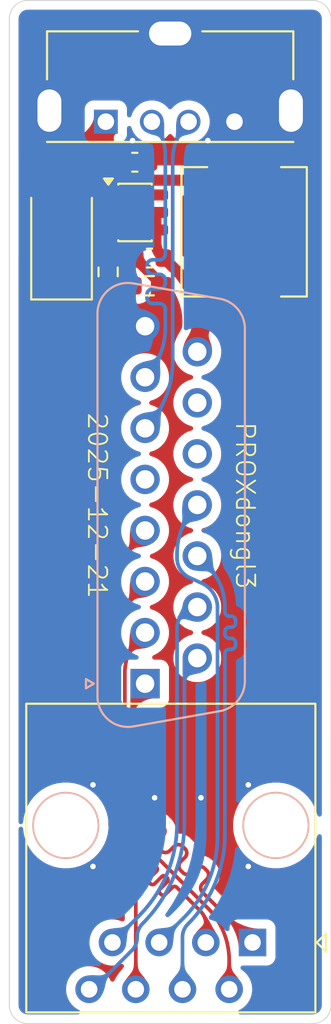
<source format=kicad_pcb>
(kicad_pcb
	(version 20241229)
	(generator "pcbnew")
	(generator_version "9.0")
	(general
		(thickness 1.6)
		(legacy_teardrops no)
	)
	(paper "A4")
	(layers
		(0 "F.Cu" signal)
		(2 "B.Cu" signal)
		(9 "F.Adhes" user "F.Adhesive")
		(11 "B.Adhes" user "B.Adhesive")
		(13 "F.Paste" user)
		(15 "B.Paste" user)
		(5 "F.SilkS" user "F.Silkscreen")
		(7 "B.SilkS" user "B.Silkscreen")
		(1 "F.Mask" user)
		(3 "B.Mask" user)
		(17 "Dwgs.User" user "User.Drawings")
		(19 "Cmts.User" user "User.Comments")
		(21 "Eco1.User" user "User.Eco1")
		(23 "Eco2.User" user "User.Eco2")
		(25 "Edge.Cuts" user)
		(27 "Margin" user)
		(31 "F.CrtYd" user "F.Courtyard")
		(29 "B.CrtYd" user "B.Courtyard")
		(35 "F.Fab" user)
		(33 "B.Fab" user)
		(39 "User.1" user)
		(41 "User.2" user)
		(43 "User.3" user)
		(45 "User.4" user)
	)
	(setup
		(pad_to_mask_clearance 0)
		(allow_soldermask_bridges_in_footprints no)
		(tenting front back)
		(pcbplotparams
			(layerselection 0x00000000_00000000_55555555_5755f5ff)
			(plot_on_all_layers_selection 0x00000000_00000000_00000000_00000000)
			(disableapertmacros no)
			(usegerberextensions yes)
			(usegerberattributes yes)
			(usegerberadvancedattributes yes)
			(creategerberjobfile yes)
			(dashed_line_dash_ratio 12.000000)
			(dashed_line_gap_ratio 3.000000)
			(svgprecision 4)
			(plotframeref no)
			(mode 1)
			(useauxorigin no)
			(hpglpennumber 1)
			(hpglpenspeed 20)
			(hpglpendiameter 15.000000)
			(pdf_front_fp_property_popups yes)
			(pdf_back_fp_property_popups yes)
			(pdf_metadata yes)
			(pdf_single_document no)
			(dxfpolygonmode yes)
			(dxfimperialunits yes)
			(dxfusepcbnewfont yes)
			(psnegative no)
			(psa4output no)
			(plot_black_and_white yes)
			(sketchpadsonfab no)
			(plotpadnumbers no)
			(hidednponfab no)
			(sketchdnponfab yes)
			(crossoutdnponfab yes)
			(subtractmaskfromsilk no)
			(outputformat 1)
			(mirror no)
			(drillshape 0)
			(scaleselection 1)
			(outputdirectory "out/")
		)
	)
	(net 0 "")
	(net 1 "unconnected-(J1-P14-Pad14)")
	(net 2 "/ETH_DC1+")
	(net 3 "/ETH_RX-")
	(net 4 "/ETH_TX+")
	(net 5 "/ETH_DC2+")
	(net 6 "/ETH_DC1-")
	(net 7 "unconnected-(J1-P13-Pad13)")
	(net 8 "/ETH_DC2-")
	(net 9 "/ETH_RX+")
	(net 10 "/ETH_TX-")
	(net 11 "unconnected-(J1-Pad5)")
	(net 12 "/USB_D-")
	(net 13 "/USB_D+")
	(net 14 "+3V3")
	(net 15 "GND")
	(net 16 "+5V")
	(net 17 "Net-(D1-A)")
	(net 18 "Net-(U1-FB)")
	(net 19 "unconnected-(U1-NC-Pad6)")
	(footprint "Connector_USB:USB_A_Molex_105057_Vertical" (layer "F.Cu") (at 105.25 49.575))
	(footprint "Diode_SMD:D_SMA" (layer "F.Cu") (at 102.84 55.71 90))
	(footprint "Package_TO_SOT_SMD:SOT-23-6" (layer "F.Cu") (at 106.8375 54.5))
	(footprint "Capacitor_SMD:C_0603_1608Metric" (layer "F.Cu") (at 106.825 51.775))
	(footprint "Inductor_SMD:L_APV_APH0630" (layer "F.Cu") (at 112.775 55.55 90))
	(footprint "Resistor_SMD:R_0603_1608Metric" (layer "F.Cu") (at 107.625 58.475))
	(footprint "Resistor_SMD:R_0603_1608Metric" (layer "F.Cu") (at 105.375 57.725 90))
	(footprint "Capacitor_SMD:C_0603_1608Metric" (layer "F.Cu") (at 107.625 56.975 180))
	(footprint "Connector_RJ:RJ45_OST_PJ012-8P8CX_Vertical" (layer "F.Cu") (at 113.23 94.1 180))
	(footprint "Connector_Dsub:DSUB-15_Socket_Vertical_P2.77x2.84mm" (layer "B.Cu") (at 107.385 80.06 -90))
	(gr_line
		(start 100 97.5)
		(end 100 44)
		(stroke
			(width 0.05)
			(type default)
		)
		(layer "Edge.Cuts")
		(uuid "0db6ce03-0979-466c-8d70-b73e485d4a8f")
	)
	(gr_line
		(start 117.5 44)
		(end 117.5 97.5)
		(stroke
			(width 0.05)
			(type default)
		)
		(layer "Edge.Cuts")
		(uuid "10be46f5-97dc-400b-ad24-0b8b87306653")
	)
	(gr_line
		(start 101 43)
		(end 116.5 43)
		(stroke
			(width 0.05)
			(type default)
		)
		(layer "Edge.Cuts")
		(uuid "413b3a9e-9bd9-4831-9365-cd63dbd28d7f")
	)
	(gr_arc
		(start 116.5 43)
		(mid 117.207107 43.292893)
		(end 117.5 44)
		(stroke
			(width 0.05)
			(type default)
		)
		(layer "Edge.Cuts")
		(uuid "52b734ef-74dd-43b6-888f-18443ecf54e3")
	)
	(gr_arc
		(start 101 98.5)
		(mid 100.292893 98.207107)
		(end 100 97.5)
		(stroke
			(width 0.05)
			(type default)
		)
		(layer "Edge.Cuts")
		(uuid "6a17951b-3130-4b4a-9fe8-2b07478bf2be")
	)
	(gr_line
		(start 116.5 98.5)
		(end 101 98.5)
		(stroke
			(width 0.05)
			(type default)
		)
		(layer "Edge.Cuts")
		(uuid "79c46bbb-04e4-4a4a-967a-27117ae08049")
	)
	(gr_arc
		(start 117.5 97.5)
		(mid 117.207107 98.207107)
		(end 116.5 98.5)
		(stroke
			(width 0.05)
			(type default)
		)
		(layer "Edge.Cuts")
		(uuid "dbd91a20-56fa-46cf-ba01-69e810d4c7e5")
	)
	(gr_arc
		(start 100 44)
		(mid 100.292893 43.292893)
		(end 101 43)
		(stroke
			(width 0.05)
			(type default)
		)
		(layer "Edge.Cuts")
		(uuid "f40b6dc1-c075-4afe-b6bc-38632a8e4915")
	)
	(gr_text "PROXdongl3\n\n\n\n\n2025-12-21"
		(at 104.2 70.4 270)
		(layer "F.SilkS")
		(uuid "ca6d681c-1b30-4157-b329-de577ee1e039")
		(effects
			(font
				(size 1 1)
				(thickness 0.1)
			)
			(justify bottom)
		)
	)
	(segment
		(start 109.42 93.811314)
		(end 109.42 96.64)
		(width 0.2)
		(layer "B.Cu")
		(net 2)
		(uuid "1b3a16c5-83c5-4082-963a-24f4bce5b034")
	)
	(segment
		(start 111.727 78.438473)
		(end 111.727 78.558473)
		(width 0.2)
		(layer "B.Cu")
		(net 2)
		(uuid "297592fe-a272-44fc-9e77-42cb25950c25")
	)
	(segment
		(start 112.307 77.838473)
		(end 112.307 77.958473)
		(width 0.2)
		(layer "B.Cu")
		(net 2)
		(uuid "3605a777-fcb1-4949-9d2b-4fed50311136")
	)
	(segment
		(start 110.225 73.135)
		(end 110.837673 73.747673)
		(width 0.2)
		(layer "B.Cu")
		(net 2)
		(uuid "42abc40d-b88e-4359-b3e2-d2fd62bc3daf")
	)
	(segment
		(start 111.967 76.398473)
		(end 112.067 76.398473)
		(width 0.2)
		(layer "B.Cu")
		(net 2)
		(uuid "4b6e64f8-ddf2-4ad7-88b5-f979a45e1a53")
	)
	(segment
		(start 111.727 78.611757)
		(end 111.727 79.948824)
		(width 0.2)
		(layer "B.Cu")
		(net 2)
		(uuid "58c9926b-6326-42e7-9dc0-12c851049de2")
	)
	(segment
		(start 111.727 78.558473)
		(end 111.727 78.611757)
		(width 0.2)
		(layer "B.Cu")
		(net 2)
		(uuid "83f4b8a8-9871-4188-8e2f-293062ac7c8a")
	)
	(segment
		(start 112.307 76.638473)
		(end 112.307 76.758473)
		(width 0.2)
		(layer "B.Cu")
		(net 2)
		(uuid "989da18c-164e-4312-b765-d0763e0d36c9")
	)
	(segment
		(start 112.067 76.998473)
		(end 111.967 76.998473)
		(width 0.2)
		(layer "B.Cu")
		(net 2)
		(uuid "aba83d00-45b9-415e-8971-df563c611b99")
	)
	(segment
		(start 111.727 79.948824)
		(end 111.727 88.241834)
		(width 0.2)
		(layer "B.Cu")
		(net 2)
		(uuid "b4f4a6aa-0c07-400b-8acd-30687c0c6f72")
	)
	(segment
		(start 112.067 78.198473)
		(end 111.967 78.198473)
		(width 0.2)
		(layer "B.Cu")
		(net 2)
		(uuid "c29c28f6-4ec4-47de-af13-a0590522dd89")
	)
	(segment
		(start 111.727005 75.894771)
		(end 111.727 76.158473)
		(width 0.2)
		(layer "B.Cu")
		(net 2)
		(uuid "cca05b71-5b5f-4256-ab52-cb01e3d64242")
	)
	(segment
		(start 111.727 77.238473)
		(end 111.727 77.358473)
		(width 0.2)
		(layer "B.Cu")
		(net 2)
		(uuid "e8f35f1c-5947-4153-b041-9d5f8b5d5ced")
	)
	(segment
		(start 111.967 77.598473)
		(end 112.067 77.598473)
		(width 0.2)
		(layer "B.Cu")
		(net 2)
		(uuid "eca8d92f-de7c-4ff4-8620-6832795d65d8")
	)
	(arc
		(start 111.727 88.241834)
		(mid 111.203571 90.873289)
		(end 109.712893 93.104207)
		(width 0.2)
		(layer "B.Cu")
		(net 2)
		(uuid "3d729d30-f11a-449e-8f5f-d25a15500890")
	)
	(arc
		(start 111.727 77.358473)
		(mid 111.797294 77.528179)
		(end 111.967 77.598473)
		(width 0.2)
		(layer "B.Cu")
		(net 2)
		(uuid "4889e938-fd7e-45f7-a438-fd58a02665ad")
	)
	(arc
		(start 111.967 76.998473)
		(mid 111.797294 77.068767)
		(end 111.727 77.238473)
		(width 0.2)
		(layer "B.Cu")
		(net 2)
		(uuid "840bed66-a729-458a-bb79-41114e5b1fc5")
	)
	(arc
		(start 112.307 77.958473)
		(mid 112.236706 78.128179)
		(end 112.067 78.198473)
		(width 0.2)
		(layer "B.Cu")
		(net 2)
		(uuid "88017b7f-2ce8-4096-b5fa-7d43e157a07b")
	)
	(arc
		(start 112.307 76.758473)
		(mid 112.236706 76.928179)
		(end 112.067 76.998473)
		(width 0.2)
		(layer "B.Cu")
		(net 2)
		(uuid "9785c371-2f24-469e-8504-4a7247b09219")
	)
	(arc
		(start 111.727 76.158473)
		(mid 111.797294 76.328179)
		(end 111.967 76.398473)
		(width 0.2)
		(layer "B.Cu")
		(net 2)
		(uuid "a609964b-d264-4d9f-b12b-08cc4a699a63")
	)
	(arc
		(start 112.067 76.398473)
		(mid 112.236706 76.468767)
		(end 112.307 76.638473)
		(width 0.2)
		(layer "B.Cu")
		(net 2)
		(uuid "ac1d85bb-f59a-4dfc-941c-ef6392377f83")
	)
	(arc
		(start 109.712893 93.104207)
		(mid 109.49612 93.428631)
		(end 109.42 93.811314)
		(width 0.2)
		(layer "B.Cu")
		(net 2)
		(uuid "d6ee7632-5b2a-4cfb-b595-83b645ff3a0f")
	)
	(arc
		(start 110.837673 73.747673)
		(mid 111.495887 74.73277)
		(end 111.727005 75.894771)
		(width 0.2)
		(layer "B.Cu")
		(net 2)
		(uuid "d77a85b3-60db-4da9-b72d-3bba58386af8")
	)
	(arc
		(start 112.067 77.598473)
		(mid 112.236706 77.668767)
		(end 112.307 77.838473)
		(width 0.2)
		(layer "B.Cu")
		(net 2)
		(uuid "db339cf9-2624-410e-9cdf-a3c53cbe6b3f")
	)
	(arc
		(start 111.967 78.198473)
		(mid 111.797294 78.268767)
		(end 111.727 78.438473)
		(width 0.2)
		(layer "B.Cu")
		(net 2)
		(uuid "e60421ae-9944-4ba1-b5d8-dc864b2c1861")
	)
	(segment
		(start 106.88 96.64)
		(end 106.88 91.014127)
		(width 0.2)
		(layer "F.Cu")
		(net 3)
		(uuid "35e5ba2f-7fd0-48ff-93b1-eae833a0d61e")
	)
	(segment
		(start 105.482 87.639086)
		(end 105.482 76.344198)
		(width 0.2)
		(layer "F.Cu")
		(net 3)
		(uuid "60b35e78-4833-4263-92c3-97eb2a95da3d")
	)
	(arc
		(start 105.774893 88.346193)
		(mid 106.592798 89.570264)
		(end 106.88 91.014127)
		(width 0.2)
		(layer "F.Cu")
		(net 3)
		(uuid "19e1288e-cd7a-4cfe-953d-6947053902e2")
	)
	(arc
		(start 107.385 71.75)
		(mid 105.976563 73.857856)
		(end 105.482 76.344198)
		(width 0.2)
		(layer "F.Cu")
		(net 3)
		(uuid "9c5fc30d-d7ed-4b8a-bacb-26097bee2dee")
	)
	(arc
		(start 105.774893 88.346193)
		(mid 105.55812 88.02177)
		(end 105.482 87.639086)
		(width 0.2)
		(layer "F.Cu")
		(net 3)
		(uuid "d51b8968-c8e4-42c4-9a1a-bfffcced0d88")
	)
	(segment
		(start 106.685 80.76)
		(end 106.685 87.140786)
		(width 0.2)
		(layer "F.Cu")
		(net 4)
		(uuid "213cc9bc-96a1-4c17-8f5c-ccd93a116c65")
	)
	(segment
		(start 108.728115 89.12294)
		(end 108.960045 88.891007)
		(width 0.2)
		(layer "F.Cu")
		(net 4)
		(uuid "24ac8024-d204-4326-b00b-005f6abc51fc")
	)
	(segment
		(start 110.62316 90.078947)
		(end 110.741953 90.19774)
		(width 0.2)
		(layer "F.Cu")
		(net 4)
		(uuid "33be4c92-56f3-41eb-816b-15f32d9d77e2")
	)
	(segment
		(start 107.385 80.06)
		(end 106.685 80.76)
		(width 0.2)
		(layer "F.Cu")
		(net 4)
		(uuid "34c1f55e-d59e-4312-a4ac-b692196311fb")
	)
	(segment
		(start 110.741953 90.672916)
		(end 110.51002 90.904846)
		(width 0.2)
		(layer "F.Cu")
		(net 4)
		(uuid "5422b261-37a7-4aa3-8ee2-9fe0f509da50")
	)
	(segment
		(start 107.385 80.06)
		(end 106.977893 80.467107)
		(width 0.2)
		(layer "F.Cu")
		(net 4)
		(uuid "6c1f7510-deab-4342-9ffa-c055c23b178e")
	)
	(segment
		(start 107.540176 87.935001)
		(end 107.772106 87.703068)
		(width 0.2)
		(layer "F.Cu")
		(net 4)
		(uuid "84b38016-7cc8-4fa3-8b7d-a5b057c522ba")
	)
	(segment
		(start 109.554014 89.484977)
		(end 109.322081 89.716907)
		(width 0.2)
		(layer "F.Cu")
		(net 4)
		(uuid "9ac48fe6-f7b1-44c0-98a7-4e04da66844b")
	)
	(segment
		(start 109.916054 90.310879)
		(end 110.147984 90.078946)
		(width 0.2)
		(layer "F.Cu")
		(net 4)
		(uuid "a2574c8e-f60c-47dc-ba1e-fdeaf4826972")
	)
	(segment
		(start 110.628817 91.498817)
		(end 111.065 91.935)
		(width 0.2)
		(layer "F.Cu")
		(net 4)
		(uuid "ab11df4e-0c3b-49e5-b3ae-859f74f2b246")
	)
	(segment
		(start 109.435221 88.891008)
		(end 109.554014 89.009801)
		(width 0.2)
		(layer "F.Cu")
		(net 4)
		(uuid "b6312bb9-ecae-4f9e-96e4-326e5c0f01a1")
	)
	(segment
		(start 109.322082 90.192083)
		(end 109.440878 90.310878)
		(width 0.2)
		(layer "F.Cu")
		(net 4)
		(uuid "b73de118-aa28-480d-b46e-9d60e59735a8")
	)
	(segment
		(start 108.366075 88.297038)
		(end 108.134142 88.528968)
		(width 0.2)
		(layer "F.Cu")
		(net 4)
		(uuid "bca99180-b19e-4329-afac-060f59b785f4")
	)
	(segment
		(start 111.065 91.935)
		(end 113.23 94.1)
		(width 0.2)
		(layer "F.Cu")
		(net 4)
		(uuid "d2aaabad-c98a-45ae-96f4-1a8bd2222fa4")
	)
	(segment
		(start 108.247282 87.703069)
		(end 108.366075 87.821862)
		(width 0.2)
		(layer "F.Cu")
		(net 4)
		(uuid "dfb03752-e664-48a2-9d08-a7133c0f8063")
	)
	(segment
		(start 110.510021 91.380022)
		(end 110.628817 91.498817)
		(width 0.2)
		(layer "F.Cu")
		(net 4)
		(uuid "e06b253f-14fb-4dc8-9851-561d427c4427")
	)
	(segment
		(start 106.977893 87.847893)
		(end 107.065 87.935)
		(width 0.2)
		(layer "F.Cu")
		(net 4)
		(uuid "e20394a6-36ba-478e-8529-2641863adfaf")
	)
	(segment
		(start 108.134143 89.004144)
		(end 108.252939 89.122939)
		(width 0.2)
		(layer "F.Cu")
		(net 4)
		(uuid "e7e0aa8a-e407-46af-a998-0e98ace99086")
	)
	(arc
		(start 108.134142 88.528968)
		(mid 108.035731 88.766556)
		(end 108.134143 89.004144)
		(width 0.2)
		(layer "F.Cu")
		(net 4)
		(uuid "233b63ef-0432-464d-be60-e0fff5d13ac2")
	)
	(arc
		(start 110.51002 90.904846)
		(mid 110.411609 91.142434)
		(end 110.510021 91.380022)
		(width 0.2)
		(layer "F.Cu")
		(net 4)
		(uuid "3f33e3bc-9f81-4a07-86d5-c2781531a87b")
	)
	(arc
		(start 109.440878 90.310878)
		(mid 109.678467 90.40929)
		(end 109.916054 90.310879)
		(width 0.2)
		(layer "F.Cu")
		(net 4)
		(uuid "443a3d4a-6585-4196-a40e-7041425c4eac")
	)
	(arc
		(start 110.147984 90.078946)
		(mid 110.385572 89.980535)
		(end 110.62316 90.078947)
		(width 0.2)
		(layer "F.Cu")
		(net 4)
		(uuid "450e2d8f-0dd2-42b4-8f9f-39d4c2ccd201")
	)
	(arc
		(start 110.741953 90.19774)
		(mid 110.840365 90.435328)
		(end 110.741953 90.672916)
		(width 0.2)
		(layer "F.Cu")
		(net 4)
		(uuid "4e2764a4-0acf-4e47-855b-0e09e4b064ac")
	)
	(arc
		(start 107.065 87.935)
		(mid 107.302589 88.033412)
		(end 107.540176 87.935001)
		(width 0.2)
		(layer "F.Cu")
		(net 4)
		(uuid "617fa0de-ebb0-436c-8263-15595d60ef9c")
	)
	(arc
		(start 108.366075 87.821862)
		(mid 108.464487 88.05945)
		(end 108.366075 88.297038)
		(width 0.2)
		(layer "F.Cu")
		(net 4)
		(uuid "75f31041-05b3-4f77-bf21-c5469b3b3203")
	)
	(arc
		(start 108.252939 89.122939)
		(mid 108.490528 89.221351)
		(end 108.728115 89.12294)
		(width 0.2)
		(layer "F.Cu")
		(net 4)
		(uuid "8f790694-a398-4b1e-bb57-b582fb2543be")
	)
	(arc
		(start 107.772106 87.703068)
		(mid 108.009694 87.604657)
		(end 108.247282 87.703069)
		(width 0.2)
		(layer "F.Cu")
		(net 4)
		(uuid "a951adfe-5ee2-47da-a8db-acf76f9336c4")
	)
	(arc
		(start 109.554014 89.009801)
		(mid 109.652426 89.247389)
		(end 109.554014 89.484977)
		(width 0.2)
		(layer "F.Cu")
		(net 4)
		(uuid "cac28868-16bc-44b8-8510-56e0c858b8a5")
	)
	(arc
		(start 106.685 87.140786)
		(mid 106.76112 87.52347)
		(end 106.977893 87.847893)
		(width 0.2)
		(layer "F.Cu")
		(net 4)
		(uuid "d50a074b-b3dd-4558-8c40-85b226028dcd")
	)
	(arc
		(start 109.322081 89.716907)
		(mid 109.22367 89.954495)
		(end 109.322082 90.192083)
		(width 0.2)
		(layer "F.Cu")
		(net 4)
		(uuid "dc2f670d-15ea-4477-9882-6c8a74a5d2f3")
	)
	(arc
		(start 108.960045 88.891007)
		(mid 109.197633 88.792596)
		(end 109.435221 88.891008)
		(width 0.2)
		(layer "F.Cu")
		(net 4)
		(uuid "e16beaad-139b-4905-8a28-40e8a90511db")
	)
	(segment
		(start 111.326 75.937102)
		(end 111.326 88.341275)
		(width 0.2)
		(layer "B.Cu")
		(net 5)
		(uuid "2e521ab4-1c9c-4f82-8744-e8f74b45f502")
	)
	(segment
		(start 109.4997 92.750316)
		(end 108.15 94.1)
		(width 0.2)
		(layer "B.Cu")
		(net 5)
		(uuid "50323dfe-b2cd-4ed8-8839-87d366f75576")
	)
	(segment
		(start 109.123999 73.094481)
		(end 109.123997 73.24715)
		(width 0.2)
		(layer "B.Cu")
		(net 5)
		(uuid "573d0532-267c-4c64-81f2-82efa49f1e11")
	)
	(segment
		(start 109.124 73.050762)
		(end 109.123999 73.094481)
		(width 0.2)
		(layer "B.Cu")
		(net 5)
		(uuid "83aac324-fece-4496-8203-5c602cf4d72f")
	)
	(segment
		(start 109.124 73.022931)
		(end 109.124 73.050762)
		(width 0.2)
		(layer "B.Cu")
		(net 5)
		(uuid "b55e6cf2-afd1-4de7-8e61-c1b98395f5a3")
	)
	(segment
		(start 109.80946 74.311291)
		(end 110.472761 74.612516)
		(width 0.2)
		(layer "B.Cu")
		(net 5)
		(uuid "e3ce3b94-346f-4702-a787-4bad6a18c179")
	)
	(arc
		(start 109.123997 73.24715)
		(mid 109.310191 73.880054)
		(end 109.80946 74.311291)
		(width 0.2)
		(layer "B.Cu")
		(net 5)
		(uuid "29764fa2-a997-4704-9206-466832b26de4")
	)
	(arc
		(start 110.225 70.365)
		(mid 109.410133 71.584481)
		(end 109.124 73.022931)
		(width 0.2)
		(layer "B.Cu")
		(net 5)
		(uuid "524331c2-a955-4a25-93ad-45d61e2ba38d")
	)
	(arc
		(start 111.326 88.341275)
		(mid 110.85136 90.727434)
		(end 109.4997 92.750316)
		(width 0.2)
		(layer "B.Cu")
		(net 5)
		(uuid "95ff44f7-af53-4de6-a56f-ea9300a9a3de")
	)
	(arc
		(start 111.326 75.937102)
		(mid 111.094227 75.149297)
		(end 110.472761 74.612516)
		(width 0.2)
		(layer "B.Cu")
		(net 5)
		(uuid "e8685c65-5f2e-4be2-a160-a7a6580df01f")
	)
	(segment
		(start 109.416893 76.333107)
		(end 109.845 75.905)
		(width 0.2)
		(layer "B.Cu")
		(net 6)
		(uuid "19de6717-dd66-4f55-9b1f-ed5f070abbb0")
	)
	(segment
		(start 109.124 87.641773)
		(end 109.124 77.040214)
		(width 0.2)
		(layer "B.Cu")
		(net 6)
		(uuid "7ef2c0a7-1daf-4709-ba47-40c201c5c4ee")
	)
	(segment
		(start 109.845 75.905)
		(end 110.225 75.905)
		(width 0.2)
		(layer "B.Cu")
		(net 6)
		(uuid "7ff693eb-e5e6-4b1c-9b05-4bb976a10db3")
	)
	(segment
		(start 105.61 94.1)
		(end 107.042033 92.668001)
		(width 0.2)
		(layer "B.Cu")
		(net 6)
		(uuid "947dcb75-2a58-4d01-91e3-4a251669c49b")
	)
	(segment
		(start 105.61 94.1)
		(end 105.5 93.99)
		(width 0.2)
		(layer "B.Cu")
		(net 6)
		(uuid "ee570994-3e94-4237-bd5c-cfcc1aedb572")
	)
	(arc
		(start 107.042033 92.668001)
		(mid 108.582913 90.361955)
		(end 109.124 87.641773)
		(width 0.2)
		(layer "B.Cu")
		(net 6)
		(uuid "9367f155-3e0b-4ef1-95e0-d75e8f9bf54c")
	)
	(arc
		(start 109.416893 76.333107)
		(mid 109.20012 76.65753)
		(end 109.124 77.040214)
		(width 0.2)
		(layer "B.Cu")
		(net 6)
		(uuid "ac278524-a01d-4232-8144-d0e3b99e6d94")
	)
	(segment
		(start 106.953893 93.828232)
		(end 106.953893 93.785982)
		(width 0.2)
		(layer "B.Cu")
		(net 8)
		(uuid "6010f089-3123-43db-a364-fbc262c45f34")
	)
	(segment
		(start 109.525 87.578835)
		(end 109.525 79.789214)
		(width 0.2)
		(layer "B.Cu")
		(net 8)
		(uuid "7e9e76bf-d0c5-4b76-b851-d7129937c28e")
	)
	(segment
		(start 104.556339 96.64)
		(end 106.661 94.535339)
		(width 0.2)
		(layer "B.Cu")
		(net 8)
		(uuid "95ee3c68-50d0-449d-b1c1-bdd40f4b71cc")
	)
	(segment
		(start 104.34 96.64)
		(end 104.556339 96.64)
		(width 0.2)
		(layer "B.Cu")
		(net 8)
		(uuid "b41c45bb-3840-4329-873b-0826724ca19c")
	)
	(segment
		(start 109.817893 79.082107)
		(end 110.225 78.675)
		(width 0.2)
		(layer "B.Cu")
		(net 8)
		(uuid "ee68e164-ca41-4506-92ea-0620134d969e")
	)
	(arc
		(start 109.525 79.789214)
		(mid 109.60112 79.406531)
		(end 109.817893 79.082107)
		(width 0.2)
		(layer "B.Cu")
		(net 8)
		(uuid "601c0325-34fd-4107-8982-98e1646ff6bb")
	)
	(arc
		(start 106.953893 93.785982)
		(mid 107.030013 93.403299)
		(end 107.246786 93.078875)
		(width 0.2)
		(layer "B.Cu")
		(net 8)
		(uuid "6cbdcb56-97f5-4eb9-bec7-9c4b1ad8ab0a")
	)
	(arc
		(start 106.661 94.535339)
		(mid 106.877773 94.210916)
		(end 106.953893 93.828232)
		(width 0.2)
		(layer "B.Cu")
		(net 8)
		(uuid "cdf8a814-f6e8-4848-b587-18abdfccfa59")
	)
	(arc
		(start 107.246786 93.078875)
		(mid 108.932921 90.555415)
		(end 109.525 87.578835)
		(width 0.2)
		(layer "B.Cu")
		(net 8)
		(uuid "eb7a141a-7c25-4cc6-b7e6-d884c399ce57")
	)
	(segment
		(start 109.162381 91.166581)
		(end 109.3279 91.3321)
		(width 0.2)
		(layer "F.Cu")
		(net 9)
		(uuid "15b411c7-ffbd-4ead-bf58-f9f9c6b35cb2")
	)
	(segment
		(start 109.104397 91.108597)
		(end 109.162381 91.166581)
		(width 0.2)
		(layer "F.Cu")
		(net 9)
		(uuid "2762318f-2d42-4a0d-9577-aa34abcf0d1c")
	)
	(segment
		(start 108.002727 90.238858)
		(end 107.619475 90.622109)
		(width 0.2)
		(layer "F.Cu")
		(net 9)
		(uuid "287071ee-1ee2-499c-a9ce-f8ecf42d3b0b")
	)
	(segment
		(start 107.4229 89.659031)
		(end 107.216424 89.865506)
		(width 0.2)
		(layer "F.Cu")
		(net 9)
		(uuid "29a7ed2f-8e4f-4cb7-82c9-1b82aa07d29c")
	)
	(segment
		(start 108.199302 91.433867)
		(end 108.257284 91.491849)
		(width 0.2)
		(layer "F.Cu")
		(net 9)
		(uuid "2bc0a353-443d-4045-92f7-8008b44d6876")
	)
	(segment
		(start 107.216424 90.097437)
		(end 107.274406 90.155419)
		(width 0.2)
		(layer "F.Cu")
		(net 9)
		(uuid "3bd8a843-541f-49a2-80ce-54e5adec7582")
	)
	(segment
		(start 109.3279 91.3321)
		(end 110.281037 92.285237)
		(width 0.2)
		(layer "F.Cu")
		(net 9)
		(uuid "3ff0c178-d559-4453-b347-324ac0c71169")
	)
	(segment
		(start 110.281037 92.285237)
		(end 110.397107 92.401307)
		(width 0.2)
		(layer "F.Cu")
		(net 9)
		(uuid "870a4c3e-3467-4d7d-899e-2fa5d5e145dc")
	)
	(segment
		(start 107.944743 89.948943)
		(end 108.002727 90.006927)
		(width 0.2)
		(layer "F.Cu")
		(net 9)
		(uuid "9c62ffd7-2d59-4831-8a10-0b34bb66b7f3")
	)
	(segment
		(start 107.506337 90.155419)
		(end 107.712812 89.948943)
		(width 0.2)
		(layer "F.Cu")
		(net 9)
		(uuid "a5c6f3b1-9b78-483d-a59a-da4a82b89d2b")
	)
	(segment
		(start 107.909388 90.912022)
		(end 108.292639 90.52877)
		(width 0.2)
		(layer "F.Cu")
		(net 9)
		(uuid "a8239e8f-f4ad-4bcd-a685-40b24630076d")
	)
	(segment
		(start 108.582554 90.818685)
		(end 108.199302 91.201936)
		(width 0.2)
		(layer "F.Cu")
		(net 9)
		(uuid "ae2a428f-6241-4267-938d-dc7b1785dbab")
	)
	(segment
		(start 107.619475 90.85404)
		(end 107.677457 90.912022)
		(width 0.2)
		(layer "F.Cu")
		(net 9)
		(uuid "bd542de6-00d6-4569-a8a8-7b814e5434c0")
	)
	(segment
		(start 105.883 78.146129)
		(end 105.883 87.472986)
		(width 0.2)
		(layer "F.Cu")
		(net 9)
		(uuid "bdcc6913-de0c-47e8-80af-b18b6df31a33")
	)
	(segment
		(start 108.52457 90.52877)
		(end 108.582554 90.586754)
		(width 0.2)
		(layer "F.Cu")
		(net 9)
		(uuid "cbb60cd9-50b4-4299-b5a3-262396cc7801")
	)
	(segment
		(start 106.175893 88.180093)
		(end 107.4229 89.4271)
		(width 0.2)
		(layer "F.Cu")
		(net 9)
		(uuid "dc2eb85c-2011-497b-9c1a-e9375e89c281")
	)
	(segment
		(start 108.489215 91.491849)
		(end 108.872466 91.108597)
		(width 0.2)
		(layer "F.Cu")
		(net 9)
		(uuid "f106b01f-947e-4b6d-b921-7b6d67ddc96c")
	)
	(segment
		(start 110.69 93.108414)
		(end 110.69 94.1)
		(width 0.2)
		(layer "F.Cu")
		(net 9)
		(uuid "fadf9c9d-be21-45c6-bd28-ba31471b182e")
	)
	(arc
		(start 107.677457 90.912022)
		(mid 107.793423 90.960056)
		(end 107.909388 90.912022)
		(width 0.2)
		(layer "F.Cu")
		(net 9)
		(uuid "0044d40f-1336-4018-897f-f767c31ef9ee")
	)
	(arc
		(start 110.397107 92.401307)
		(mid 110.61388 92.725731)
		(end 110.69 93.108414)
		(width 0.2)
		(layer "F.Cu")
		(net 9)
		(uuid "08a9e97a-790d-4c1c-9c02-8911175f24f6")
	)
	(arc
		(start 105.883 87.472986)
		(mid 105.95912 87.855669)
		(end 106.175893 88.180093)
		(width 0.2)
		(layer "F.Cu")
		(net 9)
		(uuid "132eb2b6-7af8-45e0-ad5e-0a1ba96503ff")
	)
	(arc
		(start 108.199302 91.201936)
		(mid 108.151268 91.317901)
		(end 108.199302 91.433867)
		(width 0.2)
		(layer "F.Cu")
		(net 9)
		(uuid "2908833b-4ba6-4279-91a0-8e3768d41ad8")
	)
	(arc
		(start 107.4229 89.4271)
		(mid 107.470934 89.543066)
		(end 107.4229 89.659031)
		(width 0.2)
		(layer "F.Cu")
		(net 9)
		(uuid "3d1a5c3b-9c1c-4ff9-b509-0cd7ba345534")
	)
	(arc
		(start 108.002727 90.006927)
		(mid 108.050761 90.122893)
		(end 108.002727 90.238858)
		(width 0.2)
		(layer "F.Cu")
		(net 9)
		(uuid "43d0c6e6-db7b-45ce-b80a-75e47fc99d11")
	)
	(arc
		(start 107.619475 90.622109)
		(mid 107.571441 90.738074)
		(end 107.619475 90.85404)
		(width 0.2)
		(layer "F.Cu")
		(net 9)
		(uuid "450ede13-fc08-433a-a879-90ba3cb3c275")
	)
	(arc
		(start 107.712812 89.948943)
		(mid 107.828777 89.900909)
		(end 107.944743 89.948943)
		(width 0.2)
		(layer "F.Cu")
		(net 9)
		(uuid "559183c8-82a1-498e-9f0c-0c279546951a")
	)
	(arc
		(start 108.292639 90.52877)
		(mid 108.408604 90.480736)
		(end 108.52457 90.52877)
		(width 0.2)
		(layer "F.Cu")
		(net 9)
		(uuid "6c24ef7f-7479-488d-81ee-eaa183b09299")
	)
	(arc
		(start 108.582554 90.586754)
		(mid 108.630588 90.70272)
		(end 108.582554 90.818685)
		(width 0.2)
		(layer "F.Cu")
		(net 9)
		(uuid "a09cebd6-3518-47f7-8983-a19fb2e66433")
	)
	(arc
		(start 107.274406 90.155419)
		(mid 107.390372 90.203453)
		(end 107.506337 90.155419)
		(width 0.2)
		(layer "F.Cu")
		(net 9)
		(uuid "a2dcb139-68dc-48c9-8390-fa2135db1e40")
	)
	(arc
		(start 107.216424 89.865506)
		(mid 107.16839 89.981471)
		(end 107.216424 90.097437)
		(width 0.2)
		(layer "F.Cu")
		(net 9)
		(uuid "ad7c87b6-7075-4132-a3b8-14a1b031aa08")
	)
	(arc
		(start 107.385 74.52)
		(mid 106.273353 76.18369)
		(end 105.883 78.146129)
		(width 0.2)
		(layer "F.Cu")
		(net 9)
		(uuid "b7972300-392c-4a71-beb6-4c9b3c4b1973")
	)
	(arc
		(start 108.872466 91.108597)
		(mid 108.988431 91.060563)
		(end 109.104397 91.108597)
		(width 0.2)
		(layer "F.Cu")
		(net 9)
		(uuid "ea0192bc-0949-40f4-aa03-732e56c585c8")
	)
	(arc
		(start 108.257284 91.491849)
		(mid 108.37325 91.539883)
		(end 108.489215 91.491849)
		(width 0.2)
		(layer "F.Cu")
		(net 9)
		(uuid "ffa78e4a-9ea6-435a-ba81-a0d93d71d9c7")
	)
	(segment
		(start 111.96 96.64)
		(end 111.96 95.064265)
		(width 0.2)
		(layer "F.Cu")
		(net 10)
		(uuid "1e072b2f-a021-4d03-b679-d9ccb33c45ac")
	)
	(segment
		(start 110.781137 92.218237)
		(end 106.576893 88.013993)
		(width 0.2)
		(layer "F.Cu")
		(net 10)
		(uuid "2ced86cf-7653-41f5-805b-b58d44cbf522")
	)
	(segment
		(start 107.037789 77.637211)
		(end 107.385 77.29)
		(width 0.2)
		(layer "F.Cu")
		(net 10)
		(uuid "54d048d0-6021-4565-a7d5-639d167c4ae7")
	)
	(segment
		(start 106.284 87.306886)
		(end 106.284 79.457019)
		(width 0.2)
		(layer "F.Cu")
		(net 10)
		(uuid "712ae5f0-9554-4cfe-b6b0-42cb67fcdea8")
	)
	(arc
		(start 106.576893 88.013993)
		(mid 106.36012 87.68957)
		(end 106.284 87.306886)
		(width 0.2)
		(layer "F.Cu")
		(net 10)
		(uuid "0907e4d0-264d-4934-9588-116a623b2293")
	)
	(arc
		(start 107.037789 77.637211)
		(mid 106.479903 78.472146)
		(end 106.284 79.457019)
		(width 0.2)
		(layer "F.Cu")
		(net 10)
		(uuid "6fbe9976-3140-4f1f-b030-d3810ef537c8")
	)
	(arc
		(start 111.96 95.064265)
		(mid 111.653623 93.524006)
		(end 110.781137 92.218237)
		(width 0.2)
		(layer "F.Cu")
		(net 10)
		(uuid "c8e3aab4-fd21-4b27-8658-33ac568c0160")
	)
	(segment
		(start 108.486 51.351842)
		(end 108.486 51.796628)
		(width 0.2)
		(layer "B.Cu")
		(net 12)
		(uuid "022229e0-ef6b-4471-a7ff-86bdbebb8f62")
	)
	(segment
		(start 108.486 51.796628)
		(end 108.486 56.752191)
		(width 0.2)
		(layer "B.Cu")
		(net 12)
		(uuid "05cceade-a274-414f-8bf2-59eb1124b987")
	)
	(segment
		(start 108.486 60.741494)
		(end 108.486 60.781945)
		(width 0.2)
		(layer "B.Cu")
		(net 12)
		(uuid "10557358-4856-4ab5-ae04-97387702dcab")
	)
	(segment
		(start 108.486 60.451494)
		(end 108.486 60.741494)
		(width 0.2)
		(layer "B.Cu")
		(net 12)
		(uuid "14a6e22d-c347-4fc1-8b3e-f53f9be841cf")
	)
	(segment
		(start 107.802 59.438191)
		(end 108.17 59.438191)
		(width 0.2)
		(layer "B.Cu")
		(net 12)
		(uuid "2476beab-af21-4edd-993c-b2bfa6a05dae")
	)
	(segment
		(start 108.486 59.754191)
		(end 108.486 59.912191)
		(width 0.2)
		(layer "B.Cu")
		(net 12)
		(uuid "408dca81-1860-47b8-81f9-4adeff4512c8")
	)
	(segment
		(start 108.486 59.912191)
		(end 108.486 60.451494)
		(width 0.2)
		(layer "B.Cu")
		(net 12)
		(uuid "4c1fca2c-7319-40d3-ab82-cd99bcce3436")
	)
	(segment
		(start 107.486 57.384191)
		(end 107.486 57.542191)
		(width 0.2)
		(layer "B.Cu")
		(net 12)
		(uuid "700aad17-d708-4588-8db6-1688d2fab2ac")
	)
	(segment
		(start 108.17 58.648191)
		(end 107.802 58.648191)
		(width 0.2)
		(layer "B.Cu")
		(net 12)
		(uuid "84a83b14-4ce5-49b5-9a67-78eb7ffc7df3")
	)
	(segment
		(start 108.17 57.068191)
		(end 107.802 57.068191)
		(width 0.2)
		(layer "B.Cu")
		(net 12)
		(uuid "927ed8b6-8f78-4bd4-9706-697d355de0a1")
	)
	(segment
		(start 107.802 57.858191)
		(end 108.17 57.858191)
		(width 0.2)
		(layer "B.Cu")
		(net 12)
		(uuid "98fd1a51-6f36-459e-87c9-e3b59824143e")
	)
	(segment
		(start 108.486 58.174191)
		(end 108.486 58.332191)
		(width 0.2)
		(layer "B.Cu")
		(net 12)
		(uuid "bc84b526-1150-401d-9fe4-6b77ceaaf9ee")
	)
	(segment
		(start 107.486 58.964191)
		(end 107.486 59.122191)
		(width 0.2)
		(layer "B.Cu")
		(net 12)
		(uuid "e486bcad-5971-4c54-9f6f-fc3cf2dabbe6")
	)
	(arc
		(start 107.486 57.542191)
		(mid 107.578554 57.765637)
		(end 107.802 57.858191)
		(width 0.2)
		(layer "B.Cu")
		(net 12)
		(uuid "280d5bb5-4950-4afe-a3ed-a8864f2297e4")
	)
	(arc
		(start 107.802 58.648191)
		(mid 107.578554 58.740745)
		(end 107.486 58.964191)
		(width 0.2)
		(layer "B.Cu")
		(net 12)
		(uuid "2de487c8-fb55-48d5-bc7e-ec52e6391cd6")
	)
	(arc
		(start 108.17 59.438191)
		(mid 108.393446 59.530745)
		(end 108.486 59.754191)
		(width 0.2)
		(layer "B.Cu")
		(net 12)
		(uuid "310b9eb1-f40c-464c-803e-07fcd671bbd2")
	)
	(arc
		(start 107.802 57.068191)
		(mid 107.578554 57.160745)
		(end 107.486 57.384191)
		(width 0.2)
		(layer "B.Cu")
		(net 12)
		(uuid "4ed03029-a14b-4556-b297-c4721f03f8ae")
	)
	(arc
		(start 107.486 59.122191)
		(mid 107.578554 59.345637)
		(end 107.802 59.438191)
		(width 0.2)
		(layer "B.Cu")
		(net 12)
		(uuid "8c9d0890-f225-44dd-b647-dc5606e56a90")
	)
	(arc
		(start 108.486 56.752191)
		(mid 108.393446 56.975637)
		(end 108.17 57.068191)
		(width 0.2)
		(layer "B.Cu")
		(net 12)
		(uuid "c20b928b-6a80-4e7d-b9f0-dc690c64e669")
	)
	(arc
		(start 108.486 58.332191)
		(mid 108.393446 58.555637)
		(end 108.17 58.648191)
		(width 0.2)
		(layer "B.Cu")
		(net 12)
		(uuid "cc45073d-188f-442c-ac23-d06d8c53fecb")
	)
	(arc
		(start 108.17 57.858191)
		(mid 108.393446 57.950745)
		(end 108.486 58.174191)
		(width 0.2)
		(layer "B.Cu")
		(net 12)
		(uuid "dd19b0d6-1a0e-42c1-a89c-7a4a8e7da597")
	)
	(arc
		(start 108.486 60.781945)
		(mid 108.199858 62.220476)
		(end 107.385 63.44)
		(width 0.2)
		(layer "B.Cu")
		(net 12)
		(uuid "f33cfceb-e09f-45eb-b11a-bab4a8b100c3")
	)
	(arc
		(start 107.75 49.575)
		(mid 108.294723 50.390229)
		(end 108.486 51.351842)
		(width 0.2)
		(layer "B.Cu")
		(net 12)
		(uuid "f3bf2c74-4ab3-4a73-b73e-f22aebb82efc")
	)
	(segment
		(start 108.887 51.658474)
		(end 108.887 62.583871)
		(width 0.2)
		(layer "B.Cu")
		(net 13)
		(uuid "bda663fa-58e7-44bf-954b-314e59c1a180")
	)
	(arc
		(start 109.75 49.575)
		(mid 109.111288 50.530903)
		(end 108.887 51.658474)
		(width 0.2)
		(layer "B.Cu")
		(net 13)
		(uuid "4ff6a839-319f-4996-91ee-d45cb3613d47")
	)
	(arc
		(start 107.385 66.21)
		(mid 108.496646 64.546311)
		(end 108.887 62.583871)
		(width 0.2)
		(layer "B.Cu")
		(net 13)
		(uuid "8655bb6f-9eb8-44d4-8c09-6e0886ab5343")
	)
	(segment
		(start 108.267893 56.842893)
		(end 108.4 56.975)
		(width 0.6)
		(layer "F.Cu")
		(net 14)
		(uuid "01c7bb6d-cc75-4d99-97fe-6d8b6ed11e67")
	)
	(segment
		(start 109.028862 57.581956)
		(end 108.421906 56.975)
		(width 0.6)
		(layer "F.Cu")
		(net 14)
		(uuid "1138042a-4714-4a87-8860-3f882f5b1ad4")
	)
	(segment
		(start 108.924 57.499)
		(end 108.4 56.975)
		(width 0.6)
		(layer "F.Cu")
		(net 14)
		(uuid "149d850b-1d27-4535-b144-0debe2428759")
	)
	(segment
		(start 110.225 62.055)
		(end 110.225 61.939214)
		(width 0.8)
		(layer "F.Cu")
		(net 14)
		(uuid "170c2a41-6f92-4a19-84ec-18ec923a2f8a")
	)
	(segment
		(start 110.882591 60.467409)
		(end 112.775 58.575)
		(width 0.6)
		(layer "F.Cu")
		(net 14)
		(uuid "1dfbd9fa-3635-482e-81d9-c51cfd247b65")
	)
	(segment
		(start 109.351 57.904094)
		(end 108.945906 57.499)
		(width 0.6)
		(layer "F.Cu")
		(net 14)
		(uuid "55e1d1c7-33d8-407d-99a8-fc4af11601ed")
	)
	(segment
		(start 109.351 57.926)
		(end 109.351 57.904094)
		(width 0.6)
		(layer "F.Cu")
		(net 14)
		(uuid "57cdd79b-6ced-4628-af03-2f9834a9ea7b")
	)
	(segment
		(start 108.945906 57.499)
		(end 108.924 57.499)
		(width 0.6)
		(layer "F.Cu")
		(net 14)
		(uuid "6827f80f-9efb-4d5d-a050-9652989efb14")
	)
	(segment
		(start 107.975 54.5)
		(end 107.975 55.45)
		(width 0.6)
		(layer "F.Cu")
		(net 14)
		(uuid "84ff19d4-953d-4c66-b870-88048138ec8c")
	)
	(segment
		(start 108.421906 56.975)
		(end 108.4 56.975)
		(width 0.6)
		(layer "F.Cu")
		(net 14)
		(uuid "aa6f6fc7-3fb6-4291-a29a-973d97f1df4e")
	)
	(segment
		(start 112.775 58.575)
		(end 110.917815 58.575)
		(width 0.6)
		(layer "F.Cu")
		(net 14)
		(uuid "b2cf565a-3bac-4784-b128-e958f8fe23f8")
	)
	(segment
		(start 110.225 62.055)
		(end 110.225 60.469691)
		(width 0.6)
		(layer "F.Cu")
		(net 14)
		(uuid "d034b8b8-7cac-4e92-a567-822c854e885d")
	)
	(segment
		(start 107.975 55.45)
		(end 107.975 56.135786)
		(width 0.6)
		(layer "F.Cu")
		(net 14)
		(uuid "fc080877-fdef-499a-81fb-c7a78cc6e35e")
	)
	(arc
		(start 109.028862 57.581956)
		(mid 109.914134 58.90686)
		(end 110.225 60.469691)
		(width 0.6)
		(layer "F.Cu")
		(net 14)
		(uuid "49d68595-9406-4c8c-857e-3abfc4a538f0")
	)
	(arc
		(start 110.882591 60.467409)
		(mid 110.395902 61.195791)
		(end 110.225 62.055)
		(width 0.6)
		(layer "F.Cu")
		(net 14)
		(uuid "4f9f34e2-69b0-4d7a-b96e-4b3931e7dcdc")
	)
	(arc
		(start 107.975 56.135786)
		(mid 108.05112 56.518469)
		(end 108.267893 56.842893)
		(width 0.6)
		(layer "F.Cu")
		(net 14)
		(uuid "60ac636e-5955-47e4-a4be-a04bb00d369f")
	)
	(arc
		(start 110.917815 58.575)
		(mid 110.069865 58.406332)
		(end 109.351 57.926)
		(width 0.6)
		(layer "F.Cu")
		(net 14)
		(uuid "a1350b5a-2bef-49e9-b425-b1c70903b950")
	)
	(segment
		(start 106.067107 45.087893)
		(end 102.18 48.975)
		(width 0.4)
		(layer "F.Cu")
		(net 15)
		(uuid "0c33beac-12bb-445d-a783-1004852db0d5")
	)
	(segment
		(start 108.75 44.795)
		(end 110.725786 44.795)
		(width 0.4)
		(layer "F.Cu")
		(net 15)
		(uuid "0d073ff7-1f92-4185-8570-d1c6bc823cd7")
	)
	(segment
		(start 108.75 44.795)
		(end 106.774214 44.795)
		(width 0.4)
		(layer "F.Cu")
		(net 15)
		(uuid "21a4a2c9-b853-46ee-af2f-c2201bc6d97e")
	)
	(segment
		(start 110.36 51.04)
		(end 110.8 50.6)
		(width 0.6)
		(layer "F.Cu")
		(net 15)
		(uuid "3e72f3b1-afe6-4d60-82ff-88b23662b651")
	)
	(segment
		(start 107.14 51.04)
		(end 110.36 51.04)
		(width 0.6)
		(layer "F.Cu")
		(net 15)
		(uuid "5213e8c0-ed6e-46d0-8f7d-e8e5d901695a")
	)
	(segment
		(start 106.85 56.975)
		(end 106.85 55.194608)
		(width 0.5)
		(layer "F.Cu")
		(net 15)
		(uuid "57258077-4338-4445-b501-7ac1f3fd1b41")
	)
	(segment
		(start 108.157107 59.897893)
		(end 107.385 60.67)
		(width 0.6)
		(layer "F.Cu")
		(net 15)
		(uuid "71519fb9-ccf6-4e19-a042-139449a1a5b0")
	)
	(segment
		(start 114.72 49.575)
		(end 115.32 48.975)
		(width 0.4)
		(layer "F.Cu")
		(net 15)
		(uuid "8556cc7d-a651-4238-b822-cbc3ed084b25")
	)
	(segment
		(start 108.35 58.475)
		(end 106.85 56.975)
		(width 0.6)
		(layer "F.Cu")
		(net 15)
		(uuid "9017d5ca-9b84-43cb-ba0e-9acde6c76258")
	)
	(segment
		(start 108.45 58.475)
		(end 108.35 58.475)
		(width 0.6)
		(layer "F.Cu")
		(net 15)
		(uuid "a26b8840-8f8e-4e52-8359-2fa76be53fef")
	)
	(segment
		(start 107.379675 60.864675)
		(end 107.385 60.87)
		(width 0.2)
		(layer "F.Cu")
		(net 15)
		(uuid "b301174a-6c44-4f14-80a8-f66375b7bcf4")
	)
	(segment
		(start 106.155392 54.5)
		(end 105.7 54.5)
		(width 0.5)
		(layer "F.Cu")
		(net 15)
		(uuid "c5728684-52ac-40ab-9d7d-eccf4cf60896")
	)
	(segment
		(start 106.7 50.6)
		(end 107.14 51.04)
		(width 0.6)
		(layer "F.Cu")
		(net 15)
		(uuid "d05ee126-862b-433a-8823-b029b12cf36b")
	)
	(segment
		(start 108.45 58.475)
		(end 108.45 59.190786)
		(width 0.6)
		(layer "F.Cu")
		(net 15)
		(uuid "d87ae46f-f72f-40e8-bec7-4f280c760c41")
	)
	(segment
		(start 113.6 49.575)
		(end 114.72 49.575)
		(width 0.4)
		(layer "F.Cu")
		(net 15)
		(uuid "de84eedb-5098-4696-a021-39f315b576d5")
	)
	(segment
		(start 106.703553 54.841054)
		(end 106.508945 54.646446)
		(width 0.5)
		(layer "F.Cu")
		(net 15)
		(uuid "e5c7dcfa-2bd1-40fe-a078-d990a18c415f")
	)
	(segment
		(start 112.25 49.575)
		(end 113.6 49.575)
		(width 0.4)
		(layer "F.Cu")
		(net 15)
		(uuid "e76fc6c7-03b6-4c7f-8bff-e1d4b22b89a6")
	)
	(segment
		(start 111.432893 45.087893)
		(end 115.32 48.975)
		(width 0.4)
		(layer "F.Cu")
		(net 15)
		(uuid "ee3734c8-a041-4cac-b585-fee2f2dcb9b0")
	)
	(segment
		(start 107.6 51.5)
		(end 106.7 50.6)
		(width 0.6)
		(layer "F.Cu")
		(net 15)
		(uuid "f68f4f4a-2976-4c46-bfdb-5f8c67e9821d")
	)
	(segment
		(start 107.6 51.775)
		(end 107.6 51.5)
		(width 0.6)
		(layer "F.Cu")
		(net 15)
		(uuid "fc1ab8d2-ecce-4dd5-9f03-de9a88caac84")
	)
	(via
		(at 110.8 50.6)
		(size 0.6)
		(drill 0.3)
		(layers "F.Cu" "B.Cu")
		(free yes)
		(net 15)
		(uuid "63beb63d-c122-4dea-8c6e-c18b70e6f443")
	)
	(via
		(at 110.425 86.25)
		(size 0.6)
		(drill 0.3)
		(layers "F.Cu" "B.Cu")
		(free yes)
		(net 15)
		(uuid "876bae1b-0760-49b5-832e-b69fcf0cf519")
	)
	(via
		(at 106.7 50.6)
		(size 0.6)
		(drill 0.3)
		(layers "F.Cu" "B.Cu")
		(free yes)
		(net 15)
		(uuid "95dc6ae8-3d33-4b2b-8f50-ca64687bcbe4")
	)
	(via
		(at 104.55 85.55)
		(size 0.6)
		(drill 0.3)
		(layers "F.Cu" "B.Cu")
		(free yes)
		(net 15)
		(uuid "a2a88590-cfd5-4a29-a531-b3394a926948")
	)
	(via
		(at 113 85.55)
		(size 0.6)
		(drill 0.3)
		(layers "F.Cu" "B.Cu")
		(free yes)
		(net 15)
		(uuid "ac616ec1-d1d2-44fb-9f49-8187201b2e90")
	)
	(via
		(at 107.905 86.25)
		(size 0.6)
		(drill 0.3)
		(layers "F.Cu" "B.Cu")
		(free yes)
		(net 15)
		(uuid "c61ff644-7bac-4835-a369-81f37b2dd0ef")
	)
	(via
		(at 113 89.975)
		(size 0.6)
		(drill 0.3)
		(layers "F.Cu" "B.Cu")
		(free yes)
		(net 15)
		(uuid "d2f92140-5c7d-45e8-ba65-388e2768ee0d")
	)
	(via
		(at 104.55 89.975)
		(size 0.6)
		(drill 0.3)
		(layers "F.Cu" "B.Cu")
		(free yes)
		(net 15)
		(uuid "e3a6cd32-8774-441b-b1b5-ad98603fc489")
	)
	(arc
		(start 108.157107 59.897893)
		(mid 108.37388 59.57347)
		(end 108.45 59.190786)
		(width 0.6)
		(layer "F.Cu")
		(net 15)
		(uuid "042fcd4d-98b4-42ef-9f48-1aee6e6108e4")
	)
	(arc
		(start 111.432893 45.087893)
		(mid 111.10847 44.87112)
		(end 110.725786 44.795)
		(width 0.4)
		(layer "F.Cu")
		(net 15)
		(uuid "2f49bcbf-8334-4a01-91f6-23e68122d5c8")
	)
	(arc
		(start 106.508945 54.646446)
		(mid 106.346733 54.53806)
		(end 106.155392 54.5)
		(width 0.5)
		(layer "F.Cu")
		(net 15)
		(uuid "b2b285e3-d6a2-44dc-bbb5-be70501bff9a")
	)
	(arc
		(start 106.067107 45.087893)
		(mid 106.39153 44.87112)
		(end 106.774214 44.795)
		(width 0.4)
		(layer "F.Cu")
		(net 15)
		(uuid "d206bd10-bab8-4e98-a5ff-1014f43c85c3")
	)
	(arc
		(start 106.703553 54.841054)
		(mid 106.81194 55.003266)
		(end 106.85 55.194608)
		(width 0.5)
		(layer "F.Cu")
		(net 15)
		(uuid "d928c2a1-fd75-4e18-b591-9a7f42ab1af2")
	)
	(segment
		(start 111.225 50.6)
		(end 112.25 49.575)
		(width 0.6)
		(layer "B.Cu")
		(net 15)
		(uuid "15e425c5-67ac-4405-98c8-cfaa8c8b39bd")
	)
	(segment
		(start 105.525 58.395786)
		(end 105.525 52.189214)
		(width 0.6)
		(layer "B.Cu")
		(net 15)
		(uuid "5773559b-b9f5-4502-b016-47b1968d90a0")
	)
	(segment
		(start 107.385 60.67)
		(end 105.817893 59.102893)
		(width 0.6)
		(layer "B.Cu")
		(net 15)
		(uuid "c2225c2c-2003-41ac-98cb-93066a46d53b")
	)
	(segment
		(start 105.817893 51.482107)
		(end 106.7 50.6)
		(width 0.6)
		(layer "B.Cu")
		(net 15)
		(uuid "d88be7d8-8309-4030-88d1-e885c3245f19")
	)
	(segment
		(start 110.8 50.6)
		(end 111.225 50.6)
		(width 0.6)
		(layer "B.Cu")
		(net 15)
		(uuid "da83dea9-2ae0-43ec-a617-3afd6a6ae67c")
	)
	(arc
		(start 105.525 52.189214)
		(mid 105.60112 51.806531)
		(end 105.817893 51.482107)
		(width 0.6)
		(layer "B.Cu")
		(net 15)
		(uuid "09e670e9-2f9a-451e-b4c6-c6d5173ee710")
	)
	(arc
		(start 105.525 58.395786)
		(mid 105.60112 58.778469)
		(end 105.817893 59.102893)
		(width 0.6)
		(layer "B.Cu")
		(net 15)
		(uuid "313ab5dc-87b1-43c0-8986-26e8efbfe75c")
	)
	(segment
		(start 102.84 57.71)
		(end 101.382893 56.252893)
		(width 0.8)
		(layer "F.Cu")
		(net 16)
		(uuid "172c5a43-aa1b-4478-a586-8691a243fd46")
	)
	(segment
		(start 105.835 51.56)
		(end 106.05 51.775)
		(width 0.8)
		(layer "F.Cu")
		(net 16)
		(uuid "50a466ab-2d3e-43ea-9d39-9c89dfe0a041")
	)
	(segment
		(start 103.68 58.55)
		(end 102.84 57.71)
		(width 0.8)
		(layer "F.Cu")
		(net 16)
		(uuid "54f30d74-c199-4579-992e-d19ca0918780")
	)
	(segment
		(start 101.382893 51.977107)
		(end 101.507107 51.852893)
		(width 0.8)
		(layer "F.Cu")
		(net 16)
		(uuid "63ebec80-f3b8-4c3e-85a5-3d86e992887c")
	)
	(segment
		(start 105.375 58.55)
		(end 103.68 58.55)
		(width 0.8)
		(layer "F.Cu")
		(net 16)
		(uuid "82119c09-9d13-4f0d-8876-5a1526dd18c3")
	)
	(segment
		(start 103.557893 51.267107)
		(end 105.25 49.575)
		(width 0.8)
		(layer "F.Cu")
		(net 16)
		(uuid "d3a998d0-9e59-4059-88d6-3dc60ea97ad4")
	)
	(segment
		(start 102.214214 51.56)
		(end 105.835 51.56)
		(width 0.8)
		(layer "F.Cu")
		(net 16)
		(uuid "dd3e5121-f129-42ca-a994-03feef31c8ad")
	)
	(segment
		(start 102.214214 51.56)
		(end 102.850786 51.56)
		(width 0.8)
		(layer "F.Cu")
		(net 16)
		(uuid "e296ed4d-6117-432e-b27a-56baf2eca558")
	)
	(segment
		(start 101.09 55.545786)
		(end 101.09 52.684214)
		(width 0.8)
		(layer "F.Cu")
		(net 16)
		(uuid "e86b4946-5ffe-43c6-a51f-d980a92bda58")
	)
	(segment
		(start 105.25 49.575)
		(end 105.25 49.843691)
		(width 0.6)
		(layer "F.Cu")
		(net 16)
		(uuid "fa16e1a3-b7b4-4fef-8f97-1b8eb24995b2")
	)
	(arc
		(start 103.557893 51.267107)
		(mid 103.23347 51.48388)
		(end 102.850786 51.56)
		(width 0.8)
		(layer "F.Cu")
		(net 16)
		(uuid "57859e37-4433-4edf-965c-0c51cb2db825")
	)
	(arc
		(start 101.507107 51.852893)
		(mid 101.83153 51.63612)
		(end 102.214214 51.56)
		(width 0.8)
		(layer "F.Cu")
		(net 16)
		(uuid "a35acb28-ccad-4700-bb84-cbb4dc18feb0")
	)
	(arc
		(start 101.382893 56.252893)
		(mid 101.16612 55.92847)
		(end 101.09 55.545786)
		(width 0.8)
		(layer "F.Cu")
		(net 16)
		(uuid "ae68e147-dbf5-4ecb-84f3-99570697a386")
	)
	(arc
		(start 101.382893 51.977107)
		(mid 101.16612 52.30153)
		(end 101.09 52.684214)
		(width 0.8)
		(layer "F.Cu")
		(net 16)
		(uuid "d69a64ee-7530-4bf9-b42a-79e60ca01a67")
	)
	(arc
		(start 105.25 49.843691)
		(mid 105.457902 50.888884)
		(end 106.05 51.775)
		(width 0.6)
		(layer "F.Cu")
		(net 16)
		(uuid "f28909dd-d229-457a-9c63-7ffe1339f4ac")
	)
	(segment
		(start 106.353553 52.896447)
		(end 105.7 53.55)
		(width 0.6)
		(layer "F.Cu")
		(net 17)
		(uuid "06bc2a36-28a3-4248-bf22-fb37a85b6732")
	)
	(segment
		(start 106.707107 52.75)
		(end 103.8 52.75)
		(width 0.6)
		(layer "F.Cu")
		(net 17)
		(uuid "15ad139b-0c20-4790-8311-0337e0be6127")
	)
	(segment
		(start 103 53.55)
		(end 102.84 53.71)
		(width 0.6)
		(layer "F.Cu")
		(net 17)
		(uuid "24b8f94e-2a64-404b-8784-0356d213ae5e")
	)
	(segment
		(start 112.342893 52.75)
		(end 106.707107 52.75)
		(width 0.6)
		(layer "F.Cu")
		(net 17)
		(uuid "5a1b6cd0-a110-45b3-a5fd-42a59db3e150")
	)
	(segment
		(start 112.775 52.525)
		(end 112.696446 52.603554)
		(width 0.6)
		(layer "F.Cu")
		(net 17)
		(uuid "7f51f2aa-5346-49cd-aeca-285c4c67aa5d")
	)
	(segment
		(start 105.7 53.55)
		(end 103 53.55)
		(width 0.6)
		(layer "F.Cu")
		(net 17)
		(uuid "c2560c74-75be-4835-82e7-a75359aa382e")
	)
	(segment
		(start 102.85 53.275)
		(end 103.14797 52.97703)
		(width 0.6)
		(layer "F.Cu")
		(net 17)
		(uuid "c560e136-0fdf-46a5-a38c-f6599704dddb")
	)
	(segment
		(start 103.8 52.75)
		(end 102.84 53.71)
		(width 0.6)
		(layer "F.Cu")
		(net 17)
		(uuid "da5c97c2-9659-4f2c-97cf-25b7f1029220")
	)
	(arc
		(start 106.353553 52.896447)
		(mid 106.515765 52.78806)
		(end 106.707107 52.75)
		(width 0.6)
		(layer "F.Cu")
		(net 17)
		(uuid "16b2eb14-e4c0-40a5-82fd-5aff7502fcad")
	)
	(arc
		(start 112.696446 52.603554)
		(mid 112.534234 52.71194)
		(end 112.342893 52.75)
		(width 0.6)
		(layer "F.Cu")
		(net 17)
		(uuid "4ac56171-98e5-4020-bc57-b2fb327c3059")
	)
	(segment
		(start 105.375 56.9)
		(end 105.375 55.775)
		(width 0.6)
		(layer "F.Cu")
		(net 18)
		(uuid "01d5df96-3b06-42d8-bd7f-4de2a2662ae2")
	)
	(segment
		(start 105.375 56.9)
		(end 105.375 57.05)
		(width 0.6)
		(layer "F.Cu")
		(net 18)
		(uuid "0cbd7113-1249-49d5-9ccc-9104cb629216")
	)
	(segment
		(start 105.375 55.775)
		(end 105.7 55.45)
		(width 0.6)
		(layer "F.Cu")
		(net 18)
		(uuid "2330e412-fa5e-492c-8c2a-74003feef19a")
	)
	(segment
		(start 105.375 57.05)
		(end 106.8 58.475)
		(width 0.6)
		(layer "F.Cu")
		(net 18)
		(uuid "28d278f5-f285-41c2-8129-8cb8ef6bece8")
	)
	(zone
		(net 18)
		(net_name "Net-(U1-FB)")
		(layer "F.Cu")
		(uuid "00ac0ff0-1dda-4aab-a5b9-974048a19d16")
		(name "$teardrop_padvia$")
		(hatch none 0.1)
		(priority 30030)
		(attr
			(teardrop
				(type padvia)
			)
		)
		(connect_pads yes
			(clearance 0)
		)
		(min_thickness 0.0254)
		(filled_areas_thickness no)
		(fill yes
			(thermal_gap 0.5)
			(thermal_bridge_width 0.5)
			(island_removal_mode 1)
			(island_area_min 10)
		)
		(polygon
			(pts
				(xy 105.075 56.1) (xy 105.085177 56.198203) (xy 105.098042 56.308447) (xy 105.095883 56.417723)
				(xy 105.083584 56.465297) (xy 105.060827 56.504589) (xy 105.025377 56.532919) (xy 104.975 56.547606)
				(xy 105.375 56.901) (xy 105.775 56.547606) (xy 105.736171 56.538149) (xy 105.705845 56.520829) (xy 105.667108 56.467041)
				(xy 105.650484 56.379868) (xy 105.658659 56.243856) (xy 105.664823 56.198203) (xy 105.675 56.1)
			)
		)
		(filled_polygon
			(layer "F.Cu")
			(pts
				(xy 105.670298 56.103427) (xy 105.673725 56.1117) (xy 105.673663 56.112906) (xy 105.664841 56.198024)
				(xy 105.664798 56.198383) (xy 105.658659 56.243855) (xy 105.658658 56.243858) (xy 105.650483 56.379862)
				(xy 105.650484 56.379867) (xy 105.650484 56.379868) (xy 105.666776 56.465297) (xy 105.667108 56.46704)
				(xy 105.667109 56.467044) (xy 105.705843 56.520827) (xy 105.705845 56.520829) (xy 105.736171 56.538149)
				(xy 105.753231 56.542304) (xy 105.760458 56.547591) (xy 105.76183 56.556441) (xy 105.758209 56.56244)
				(xy 105.382747 56.894155) (xy 105.374278 56.897065) (xy 105.367253 56.894155) (xy 104.990911 56.561663)
				(xy 104.98698 56.553617) (xy 104.98989 56.545148) (xy 104.995383 56.541663) (xy 105.007438 56.538149)
				(xy 105.025372 56.532921) (xy 105.025374 56.532919) (xy 105.025377 56.532919) (xy 105.060827 56.504589)
				(xy 105.083584 56.465297) (xy 105.095883 56.417723) (xy 105.098042 56.308447) (xy 105.085177 56.198203)
				(xy 105.076337 56.112904) (xy 105.078893 56.104324) (xy 105.086769 56.100062) (xy 105.087975 56.1)
				(xy 105.662025 56.1)
			)
		)
	)
	(zone
		(net 9)
		(net_name "/ETH_RX+")
		(layer "F.Cu")
		(uuid "071eb124-7ead-47cb-adf1-ae98bd6ec4fe")
		(name "$teardrop_padvia$")
		(hatch none 0.1)
		(priority 30017)
		(attr
			(teardrop
				(type padvia)
			)
		)
		(connect_pads yes
			(clearance 0)
		)
		(min_thickness 0.0254)
		(filled_areas_thickness no)
		(fill yes
			(thermal_gap 0.5)
			(thermal_bridge_width 0.5)
			(island_removal_mode 1)
			(island_area_min 10)
		)
		(polygon
			(pts
				(xy 110.491273 92.691237) (xy 110.540201 92.773316) (xy 110.572617 92.847792) (xy 110.588838 92.909566)
				(xy 110.593632 92.966857) (xy 110.57379 93.069037) (xy 110.514801 93.172678) (xy 110.397472 93.305061)
				(xy 110.35335 93.349623) (xy 110.210255 93.499128) (xy 110.066398 93.683322) (xy 110.690555 94.100831)
				(xy 111.313602 93.683322) (xy 111.172887 93.46467) (xy 111.074225 93.296616) (xy 110.985576 93.131713)
				(xy 110.860343 92.90257) (xy 110.657567 92.580125)
			)
		)
		(filled_polygon
			(layer "F.Cu")
			(pts
				(xy 110.663793 92.590035) (xy 110.663969 92.590306) (xy 110.86015 92.902263) (xy 110.860513 92.902881)
				(xy 110.985576 93.131713) (xy 110.985614 93.131784) (xy 111.074215 93.296599) (xy 111.074225 93.296616)
				(xy 111.10539 93.349701) (xy 111.172888 93.464671) (xy 111.307386 93.673663) (xy 111.308981 93.682475)
				(xy 111.30406 93.689715) (xy 110.697061 94.09647) (xy 110.688281 94.098228) (xy 110.684043 94.096475)
				(xy 110.076865 93.690323) (xy 110.071894 93.682875) (xy 110.073645 93.674093) (xy 110.074132 93.673418)
				(xy 110.209901 93.49958) (xy 110.210659 93.498705) (xy 110.35335 93.349623) (xy 110.397472 93.305061)
				(xy 110.514801 93.172678) (xy 110.57379 93.069037) (xy 110.593632 92.966857) (xy 110.593631 92.966853)
				(xy 110.593632 92.96685) (xy 110.59105 92.936008) (xy 110.588838 92.909566) (xy 110.572617 92.847792)
				(xy 110.540201 92.773316) (xy 110.496961 92.70078) (xy 110.495669 92.691921) (xy 110.50051 92.685064)
				(xy 110.647567 92.586806) (xy 110.656348 92.58506)
			)
		)
	)
	(zone
		(net 15)
		(net_name "GND")
		(layer "F.Cu")
		(uuid "12c4fc35-ae7a-4aa4-a334-41b650899c49")
		(name "$teardrop_padvia$")
		(hatch none 0.1)
		(priority 30026)
		(attr
			(teardrop
				(type padvia)
			)
		)
		(connect_pads yes
			(clearance 0)
		)
		(min_thickness 0.0254)
		(filled_areas_thickness no)
		(fill yes
			(thermal_gap 0.5)
			(thermal_bridge_width 0.5)
			(island_removal_mode 1)
			(island_area_min 10)
		)
		(polygon
			(pts
				(xy 107.559174 58.108438) (xy 107.704122 58.225461) (xy 107.823724 58.317364) (xy 107.935713 58.420132)
				(xy 107.982068 58.475702) (xy 108.018377 58.534121) (xy 108.041926 58.595433) (xy 108.05 58.659684)
				(xy 108.450707 58.475707) (xy 108.509335 58) (xy 108.462498 58.013259) (xy 108.416839 58.016495)
				(xy 108.324351 57.995461) (xy 108.224349 57.934912) (xy 108.109822 57.825927) (xy 108.049609 57.757648)
				(xy 107.983438 57.684174)
			)
		)
		(filled_polygon
			(layer "F.Cu")
			(pts
				(xy 108.049609 57.757648) (xy 108.109822 57.825927) (xy 108.224349 57.934912) (xy 108.324351 57.995461)
				(xy 108.416839 58.016495) (xy 108.462498 58.013259) (xy 108.509335 58) (xy 108.450707 58.475707)
				(xy 108.05 58.659684) (xy 108.041926 58.595433) (xy 108.018377 58.534121) (xy 107.982068 58.475702)
				(xy 107.935713 58.420132) (xy 107.823724 58.317364) (xy 107.704122 58.225461) (xy 107.559174 58.108438)
				(xy 107.983438 57.684174)
			)
		)
	)
	(zone
		(net 9)
		(net_name "/ETH_RX+")
		(layer "F.Cu")
		(uuid "155dd8da-4928-403c-8052-65ac7288e70d")
		(name "$teardrop_padvia$")
		(hatch none 0.1)
		(priority 30013)
		(attr
			(teardrop
				(type padvia)
			)
		)
		(connect_pads yes
			(clearance 0)
		)
		(min_thickness 0.0254)
		(filled_areas_thickness no)
		(fill yes
			(thermal_gap 0.5)
			(thermal_bridge_width 0.5)
			(island_removal_mode 1)
			(island_area_min 10)
		)
		(polygon
			(pts
				(xy 106.541388 75.839471) (xy 106.594202 75.737755) (xy 106.648662 75.654459) (xy 106.701803 75.590802)
				(xy 106.756686 75.540049) (xy 106.872918 75.470027) (xy 107.013121 75.427969) (xy 107.176082 75.40385)
				(xy 107.32109 75.383732) (xy 107.477659 75.34927) (xy 107.646784 75.287429) (xy 107.829456 75.185176)
				(xy 107.385422 74.519094) (xy 106.600372 74.363928) (xy 106.553468 74.684778) (xy 106.542213 74.969996)
				(xy 106.538028 75.134636) (xy 106.517378 75.304071) (xy 106.463623 75.502707) (xy 106.360127 75.754948)
			)
		)
		(filled_polygon
			(layer "F.Cu")
			(pts
				(xy 106.612438 74.366313) (xy 106.623038 74.368408) (xy 107.380652 74.518151) (xy 107.388103 74.523117)
				(xy 107.388118 74.523139) (xy 107.822441 75.174653) (xy 107.824179 75.183438) (xy 107.819196 75.190878)
				(xy 107.818421 75.191352) (xy 107.6476 75.286971) (xy 107.645903 75.28775) (xy 107.478395 75.349)
				(xy 107.476892 75.349438) (xy 107.321546 75.383631) (xy 107.320639 75.383794) (xy 107.176088 75.403848)
				(xy 107.013123 75.427968) (xy 106.872917 75.470027) (xy 106.756687 75.540047) (xy 106.701803 75.590802)
				(xy 106.648662 75.654459) (xy 106.594198 75.737761) (xy 106.546554 75.82952) (xy 106.5397 75.835283)
				(xy 106.531225 75.834732) (xy 106.370243 75.759665) (xy 106.364194 75.753063) (xy 106.364363 75.744621)
				(xy 106.463623 75.502707) (xy 106.517378 75.304071) (xy 106.538028 75.134636) (xy 106.542213 74.969996)
				(xy 106.553444 74.685382) (xy 106.553555 74.684178) (xy 106.598593 74.376097) (xy 106.60318 74.368408)
				(xy 106.611861 74.366214)
			)
		)
	)
	(zone
		(net 14)
		(net_name "+3V3")
		(layer "F.Cu")
		(uuid "16f6035b-48b7-448a-9e43-f86b576fc71a")
		(hatch edge 0.5)
		(priority 2)
		(connect_pads yes
			(clearance 0.5)
		)
		(min_thickness 0.25)
		(filled_areas_thickness no)
		(fill yes
			(thermal_gap 0.5)
			(thermal_bridge_width 0.5)
		)
		(polygon
			(pts
				(xy 109.375 57.875) (xy 112.675 59.040237) (xy 110.375 60.787801)
			)
		)
		(filled_polygon
			(layer "F.Cu")
			(pts
				(xy 109.616847 57.960396) (xy 112.458193 58.963682) (xy 112.514853 59.004564) (xy 112.540416 59.069589)
				(xy 112.526765 59.138112) (xy 112.491924 59.179339) (xy 110.511594 60.684014) (xy 110.446306 60.708899)
				(xy 110.377929 60.694535) (xy 110.328172 60.645485) (xy 110.319297 60.62555) (xy 109.458281 58.117583)
				(xy 109.455132 58.047787) (xy 109.490217 57.987366) (xy 109.5524 57.955505)
			)
		)
	)
	(zone
		(net 10)
		(net_name "/ETH_TX-")
		(layer "F.Cu")
		(uuid "1cc7dac9-d27b-43c4-930f-8af75851ebfb")
		(name "$teardrop_padvia$")
		(hatch none 0.1)
		(priority 30015)
		(attr
			(teardrop
				(type padvia)
			)
		)
		(connect_pads yes
			(clearance 0)
		)
		(min_thickness 0.0254)
		(filled_areas_thickness no)
		(fill yes
			(thermal_gap 0.5)
			(thermal_bridge_width 0.5)
			(island_removal_mode 1)
			(island_area_min 10)
		)
		(polygon
			(pts
				(xy 106.542223 78.589624) (xy 106.588958 78.489554) (xy 106.638314 78.407454) (xy 106.687224 78.344839)
				(xy 106.738526 78.294838) (xy 106.848569 78.226176) (xy 106.982235 78.185954) (xy 107.16647 78.162783)
				(xy 107.315021 78.146408) (xy 107.474851 78.115405) (xy 107.646237 78.056188) (xy 107.829456 77.955176)
				(xy 107.385382 77.289077) (xy 106.600372 77.133928) (xy 106.548437 77.478336) (xy 106.532923 77.732237)
				(xy 106.524387 77.893666) (xy 106.502012 78.061027) (xy 106.451224 78.259207) (xy 106.357446 78.513088)
			)
		)
		(filled_polygon
			(layer "F.Cu")
			(pts
				(xy 106.612383 77.136302) (xy 106.895829 77.192322) (xy 107.380612 77.288134) (xy 107.388064 77.2931)
				(xy 107.388079 77.293122) (xy 107.822395 77.944585) (xy 107.824133 77.953369) (xy 107.81915 77.96081)
				(xy 107.818309 77.961321) (xy 107.647118 78.055702) (xy 107.64529 78.056515) (xy 107.475629 78.115135)
				(xy 107.474036 78.115562) (xy 107.315495 78.146315) (xy 107.314549 78.146459) (xy 107.16647 78.162783)
				(xy 106.982235 78.185954) (xy 106.982234 78.185954) (xy 106.982228 78.185955) (xy 106.848568 78.226175)
				(xy 106.738526 78.294838) (xy 106.687225 78.344837) (xy 106.687216 78.344848) (xy 106.638315 78.40745)
				(xy 106.638307 78.407462) (xy 106.588962 78.489545) (xy 106.546959 78.579482) (xy 106.540353 78.585528)
				(xy 106.531881 78.58534) (xy 106.367843 78.517394) (xy 106.361511 78.511062) (xy 106.361345 78.502532)
				(xy 106.451224 78.259207) (xy 106.502012 78.061027) (xy 106.524387 77.893666) (xy 106.532923 77.732237)
				(xy 106.532925 77.732237) (xy 106.532927 77.73217) (xy 106.548405 77.478846) (xy 106.548514 77.477823)
				(xy 106.57637 77.2931) (xy 106.598546 77.146034) (xy 106.603168 77.138366) (xy 106.61186 77.136211)
			)
		)
	)
	(zone
		(net 15)
		(net_name "GND")
		(layer "F.Cu")
		(uuid "1f53dadd-0756-420f-9f6a-ba800f62ff59")
		(name "$teardrop_padvia$")
		(hatch none 0.1)
		(priority 30024)
		(attr
			(teardrop
				(type padvia)
			)
		)
		(connect_pads yes
			(clearance 0)
		)
		(min_thickness 0.0254)
		(filled_areas_thickness no)
		(fill yes
			(thermal_gap 0.5)
			(thermal_bridge_width 0.5)
			(island_removal_mode 1)
			(island_area_min 10)
		)
		(polygon
			(pts
				(xy 106.86967 51.193934) (xy 106.988304 51.320067) (xy 107.050968 51.399472) (xy 107.107603 51.488061)
				(xy 107.152018 51.584554) (xy 107.178018 51.687669) (xy 107.17941 51.796126) (xy 107.15 51.908643)
				(xy 107.600707 51.775707) (xy 107.82773 51.300543) (xy 107.746036 51.281878) (xy 107.65539 51.221725)
				(xy 107.546738 51.105449) (xy 107.42809 50.943813) (xy 107.357628 50.845529) (xy 107.293934 50.76967)
			)
		)
		(filled_polygon
			(layer "F.Cu")
			(pts
				(xy 107.357628 50.845529) (xy 107.42809 50.943813) (xy 107.546738 51.105449) (xy 107.65539 51.221725)
				(xy 107.746036 51.281878) (xy 107.82773 51.300543) (xy 107.600707 51.775707) (xy 107.15 51.908643)
				(xy 107.17941 51.796126) (xy 107.178018 51.687669) (xy 107.152018 51.584554) (xy 107.107603 51.488061)
				(xy 107.050968 51.399472) (xy 106.988304 51.320067) (xy 106.86967 51.193934) (xy 107.293934 50.76967)
			)
		)
	)
	(zone
		(net 15)
		(net_name "GND")
		(layer "F.Cu")
		(uuid "281afa78-3c04-4f78-a859-fe9eaf5b5962")
		(name "$teardrop_padvia$")
		(hatch none 0.1)
		(priority 30001)
		(attr
			(teardrop
				(type padvia)
			)
		)
		(connect_pads yes
			(clearance 0)
		)
		(min_thickness 0.0254)
		(filled_areas_thickness no)
		(fill yes
			(thermal_gap 0.5)
			(thermal_bridge_width 0.5)
			(island_removal_mode 1)
			(island_area_min 10)
		)
		(polygon
			(pts
				(xy 113.53751 49.375) (xy 113.41284 49.370196) (xy 113.30678 49.356565) (xy 113.217357 49.335622)
				(xy 113.139993 49.308361) (xy 112.997491 49.231723) (xy 112.916483 49.176386) (xy 112.818197 49.109724)
				(xy 112.70357 49.044654) (xy 112.560481 48.985726) (xy 112.376809 48.93749) (xy 112.249 49.575)
				(xy 112.376809 50.21251) (xy 112.497821 50.18363) (xy 112.600969 50.149845) (xy 112.775499 50.066449)
				(xy 112.916483 49.973614) (xy 113.029267 49.898317) (xy 113.156635 49.834961) (xy 113.319184 49.791279)
				(xy 113.53751 49.775)
			)
		)
		(filled_polygon
			(layer "F.Cu")
			(pts
				(xy 113.53751 49.375) (xy 113.41284 49.370196) (xy 113.30678 49.356565) (xy 113.217357 49.335622)
				(xy 113.139993 49.308361) (xy 112.997491 49.231723) (xy 112.916483 49.176386) (xy 112.818197 49.109724)
				(xy 112.70357 49.044654) (xy 112.560481 48.985726) (xy 112.376809 48.93749) (xy 112.249 49.575)
				(xy 112.376809 50.21251) (xy 112.497821 50.18363) (xy 112.600969 50.149845) (xy 112.775499 50.066449)
				(xy 112.916483 49.973614) (xy 113.029267 49.898317) (xy 113.156635 49.834961) (xy 113.319184 49.791279)
				(xy 113.53751 49.775)
			)
		)
	)
	(zone
		(net 16)
		(net_name "+5V")
		(layer "F.Cu")
		(uuid "301994df-2940-4dd1-a795-05b5b28b5491")
		(name "$teardrop_padvia$")
		(hatch none 0.1)
		(priority 30003)
		(attr
			(teardrop
				(type padvia)
			)
		)
		(connect_pads yes
			(clearance 0)
		)
		(min_thickness 0.0254)
		(filled_areas_thickness no)
		(fill yes
			(thermal_gap 0.5)
			(thermal_bridge_width 0.5)
			(island_removal_mode 1)
			(island_area_min 10)
		)
		(polygon
			(pts
				(xy 101.004255 56.431824) (xy 101.199925 56.637523) (xy 101.416519 56.893842) (xy 101.542185 57.062846)
				(xy 101.659845 57.242511) (xy 101.743781 57.390993) (xy 101.816326 57.543361) (xy 101.866537 57.673819)
				(xy 101.90499 57.805401) (xy 101.927616 57.920494) (xy 101.938906 58.035377) (xy 101.94 58.082774)
				(xy 102.840587 57.710809) (xy 102.863127 56.46) (xy 102.715267 56.495801) (xy 102.556626 56.495097)
				(xy 102.383623 56.456361) (xy 102.19378 56.375496) (xy 101.987659 56.248381) (xy 101.773213 56.076744)
				(xy 101.651471 55.961602)
			)
		)
		(filled_polygon
			(layer "F.Cu")
			(pts
				(xy 101.658528 55.968276) (xy 101.773213 56.076744) (xy 101.987659 56.248381) (xy 102.19378 56.375496)
				(xy 102.383623 56.456361) (xy 102.383624 56.456361) (xy 102.383626 56.456362) (xy 102.421974 56.464948)
				(xy 102.556626 56.495097) (xy 102.715267 56.495801) (xy 102.848403 56.463565) (xy 102.85725 56.464948)
				(xy 102.862527 56.472183) (xy 102.862854 56.475147) (xy 102.840725 57.703135) (xy 102.83715 57.711345)
				(xy 102.833493 57.713738) (xy 101.955769 58.07626) (xy 101.946815 58.076251) (xy 101.940489 58.069912)
				(xy 101.939606 58.065716) (xy 101.938906 58.035388) (xy 101.938906 58.035377) (xy 101.927616 57.920494)
				(xy 101.927614 57.920486) (xy 101.927614 57.920481) (xy 101.916799 57.865472) (xy 101.90499 57.805401)
				(xy 101.866537 57.673819) (xy 101.816326 57.543361) (xy 101.743781 57.390993) (xy 101.659845 57.242511)
				(xy 101.542185 57.062846) (xy 101.416519 56.893842) (xy 101.199925 56.637523) (xy 101.01346 56.441501)
				(xy 101.010242 56.433146) (xy 101.013874 56.424961) (xy 101.01505 56.42398) (xy 101.643613 55.96731)
				(xy 101.652319 55.965221)
			)
		)
	)
	(zone
		(net 14)
		(net_name "+3V3")
		(layer "F.Cu")
		(uuid "353ecb9a-f8c0-4fcd-b9d6-b845890d99e1")
		(name "$teardrop_padvia$")
		(hatch none 0.1)
		(priority 30009)
		(attr
			(teardrop
				(type padvia)
			)
		)
		(connect_pads yes
			(clearance 0)
		)
		(min_thickness 0.0254)
		(filled_areas_thickness no)
		(fill yes
			(thermal_gap 0.5)
			(thermal_bridge_width 0.5)
			(island_removal_mode 1)
			(island_area_min 10)
		)
		(polygon
			(pts
				(xy 110.533663 60.401209) (xy 110.217813 60.787801) (xy 110.087595 60.932704) (xy 109.858745 61.196357)
				(xy 109.724719 61.372703) (xy 109.559824 61.610544) (xy 110.224392 62.055793) (xy 111.009628 62.211072)
				(xy 111.032177 62.004304) (xy 111.017171 61.81677) (xy 110.968484 61.630699) (xy 110.924404 61.509808)
				(xy 110.866237 61.341281) (xy 110.848121 61.257573) (xy 110.842064 61.171632) (xy 110.85163 61.081504)
				(xy 110.880379 60.985235) (xy 110.931873 60.880873) (xy 111.009675 60.766465)
			)
		)
		(filled_polygon
			(layer "F.Cu")
			(pts
				(xy 110.860934 60.652332) (xy 111.00091 60.759739) (xy 111.005387 60.767494) (xy 111.003462 60.7756)
				(xy 110.931871 60.880875) (xy 110.931867 60.880882) (xy 110.880382 60.985226) (xy 110.880379 60.985235)
				(xy 110.851629 61.081506) (xy 110.842064 61.171633) (xy 110.84812 61.257566) (xy 110.848122 61.25758)
				(xy 110.866236 61.341278) (xy 110.86624 61.341292) (xy 110.924407 61.509819) (xy 110.968295 61.630181)
				(xy 110.968622 61.631227) (xy 111.016909 61.815769) (xy 111.017253 61.817798) (xy 111.032088 62.003203)
				(xy 111.032056 62.005404) (xy 111.011011 62.198386) (xy 111.006708 62.206239) (xy 110.998112 62.208749)
				(xy 110.99711 62.208596) (xy 110.226687 62.056246) (xy 110.222445 62.054488) (xy 109.5697 61.61716)
				(xy 109.564734 61.609708) (xy 109.566492 61.600928) (xy 109.566565 61.60082) (xy 109.724592 61.372884)
				(xy 109.724841 61.372542) (xy 109.858525 61.196645) (xy 109.858988 61.196076) (xy 110.087595 60.932704)
				(xy 110.217813 60.787801) (xy 110.235245 60.766465) (xy 110.533663 60.401209)
			)
		)
	)
	(zone
		(net 16)
		(net_name "+5V")
		(layer "F.Cu")
		(uuid "38508a61-6fd4-4c42-9869-66744588fde3")
		(name "$teardrop_padvia$")
		(hatch none 0.1)
		(priority 30023)
		(attr
			(teardrop
				(type padvia)
			)
		)
		(connect_pads yes
			(clearance 0)
		)
		(min_thickness 0.0254)
		(filled_areas_thickness no)
		(fill yes
			(thermal_gap 0.5)
			(thermal_bridge_width 0.5)
			(island_removal_mode 1)
			(island_area_min 10)
		)
		(polygon
			(pts
				(xy 105.213855 51.079247) (xy 105.330764 51.258965) (xy 105.435188 51.414049) (xy 105.53011 51.580386)
				(xy 105.566863 51.665258) (xy 105.592668 51.749921) (xy 105.604666 51.83337) (xy 105.6 51.914597)
				(xy 106.050433 51.7759) (xy 106.269916 51.3) (xy 106.16083 51.289619) (xy 106.060528 51.242878)
				(xy 105.963648 51.157056) (xy 105.867181 51.025021) (xy 105.783638 50.874178) (xy 105.754432 50.818911)
			)
		)
		(filled_polygon
			(layer "F.Cu")
			(pts
				(xy 105.759697 50.828875) (xy 105.783631 50.874165) (xy 105.867177 51.025015) (xy 105.86718 51.02502)
				(xy 105.963646 51.157054) (xy 105.963648 51.157056) (xy 106.060528 51.242878) (xy 106.16083 51.289619)
				(xy 106.253489 51.298436) (xy 106.2614 51.302631) (xy 106.264027 51.311191) (xy 106.263005 51.314983)
				(xy 106.052621 51.771155) (xy 106.046044 51.777232) (xy 106.045439 51.777437) (xy 105.616089 51.909642)
				(xy 105.607174 51.908801) (xy 105.601464 51.901903) (xy 105.600965 51.897791) (xy 105.604666 51.83337)
				(xy 105.592668 51.749921) (xy 105.566863 51.665258) (xy 105.53011 51.580386) (xy 105.491614 51.512927)
				(xy 105.491613 51.512926) (xy 105.435188 51.414049) (xy 105.330764 51.258965) (xy 105.213855 51.079247)
				(xy 105.744278 50.8238) (xy 105.753217 50.823299)
			)
		)
	)
	(zone
		(net 18)
		(net_name "Net-(U1-FB)")
		(layer "F.Cu")
		(uuid "391e1c8a-8205-42ff-b665-84492eeb9054")
		(name "$teardrop_padvia$")
		(hatch none 0.1)
		(priority 30025)
		(attr
			(teardrop
				(type padvia)
			)
		)
		(connect_pads yes
			(clearance 0)
		)
		(min_thickness 0.0254)
		(filled_areas_thickness no)
		(fill yes
			(thermal_gap 0.5)
			(thermal_bridge_width 0.5)
			(island_removal_mode 1)
			(island_area_min 10)
		)
		(polygon
			(pts
				(xy 105.933564 58.032828) (xy 106.050261 58.134509) (xy 106.172199 58.238613) (xy 106.28771 58.357783)
				(xy 106.335286 58.422969) (xy 106.371932 58.491861) (xy 106.394539 58.564439) (xy 106.4 58.640685)
				(xy 106.800707 58.475707) (xy 106.890685 58) (xy 106.798828 58.001584) (xy 106.704946 57.965773)
				(xy 106.601309 57.886808) (xy 106.47911 57.752387) (xy 106.446063 57.711656) (xy 106.357828 57.608564)
			)
		)
		(filled_polygon
			(layer "F.Cu")
			(pts
				(xy 106.365433 57.617504) (xy 106.366049 57.618169) (xy 106.445956 57.711532) (xy 106.446152 57.711768)
				(xy 106.479117 57.752396) (xy 106.601309 57.886808) (xy 106.704946 57.965773) (xy 106.798828 58.001584)
				(xy 106.798828 58.001583) (xy 106.798829 58.001584) (xy 106.800501 58.001555) (xy 106.876317 58.000247)
				(xy 106.884647 58.00353) (xy 106.888216 58.011743) (xy 106.888014 58.014119) (xy 106.801885 58.469476)
				(xy 106.79698 58.476969) (xy 106.794843 58.478121) (xy 106.414967 58.634522) (xy 106.406013 58.634503)
				(xy 106.399694 58.628157) (xy 106.398843 58.624542) (xy 106.394539 58.564439) (xy 106.371932 58.491861)
				(xy 106.335286 58.422969) (xy 106.28771 58.357783) (xy 106.172199 58.238613) (xy 106.116565 58.191116)
				(xy 106.050292 58.134535) (xy 106.050203 58.134458) (xy 105.943012 58.04106) (xy 105.939026 58.033042)
				(xy 105.941877 58.024553) (xy 105.94241 58.023981) (xy 106.348888 57.617503) (xy 106.35716 57.614077)
			)
		)
	)
	(zone
		(net 14)
		(net_name "+3V3")
		(layer "F.Cu")
		(uuid "3dd283a4-568b-41ca-94cc-bee9f61ec68d")
		(name "$teardrop_padvia$")
		(hatch none 0.1)
		(priority 30002)
		(attr
			(teardrop
				(type padvia)
			)
		)
		(connect_pads yes
			(clearance 0)
		)
		(min_thickness 0.0254)
		(filled_areas_thickness no)
		(fill yes
			(thermal_gap 0.5)
			(thermal_bridge_width 0.5)
			(island_removal_mode 1)
			(island_area_min 10)
		)
		(polygon
			(pts
				(xy 110.030299 58.712573) (xy 110.260712 58.770571) (xy 110.396155 58.820693) (xy 110.534537 58.884471)
				(xy 110.648749 58.94906) (xy 110.755467 59.023174) (xy 110.834677 59.091332) (xy 110.903336 59.1658)
				(xy 110.951234 59.233477) (xy 110.988384 59.305549) (xy 111.010977 59.372451) (xy 111.02313 59.44268)
				(xy 111.025 59.483638) (xy 112.775923 58.575382) (xy 111.090814 57.48431) (xy 111.080585 57.573144)
				(xy 111.061603 57.654981) (xy 110.998867 57.801572) (xy 110.904901 57.926453) (xy 110.780724 58.029589)
				(xy 110.628912 58.107727) (xy 110.459002 58.154375) (xy 110.373284 58.163543) (xy 110.295092 58.162433)
				(xy 110.259906 58.158245)
			)
		)
		(filled_polygon
			(layer "F.Cu")
			(pts
				(xy 111.106637 57.494555) (xy 111.58081 57.801572) (xy 112.759028 58.564443) (xy 112.76411 58.571816)
				(xy 112.76249 58.580623) (xy 112.758056 58.58465) (xy 112.352802 58.794867) (xy 112.201854 58.873168)
				(xy 111.025 59.483638) (xy 111.02313 59.44268) (xy 111.010977 59.372451) (xy 110.988384 59.305549)
				(xy 110.951234 59.233477) (xy 110.903336 59.1658) (xy 110.834677 59.091332) (xy 110.755467 59.023174)
				(xy 110.648749 58.94906) (xy 110.534537 58.884471) (xy 110.396155 58.820693) (xy 110.260712 58.770571)
				(xy 110.030299 58.712573) (xy 110.256514 58.166432) (xy 110.262845 58.160101) (xy 110.268704 58.159292)
				(xy 110.295092 58.162433) (xy 110.373284 58.163543) (xy 110.459002 58.154375) (xy 110.628912 58.107727)
				(xy 110.780724 58.029589) (xy 110.78073 58.029583) (xy 110.780733 58.029582) (xy 110.841745 57.978907)
				(xy 110.904901 57.926453) (xy 110.998867 57.801572) (xy 111.011265 57.772602) (xy 111.061601 57.654987)
				(xy 111.061604 57.654979) (xy 111.080582 57.573155) (xy 111.080585 57.573144) (xy 111.088657 57.503038)
				(xy 111.093007 57.495212) (xy 111.101618 57.492754)
			)
		)
	)
	(zone
		(net 10)
		(net_name "/ETH_TX-")
		(layer "F.Cu")
		(uuid "3eaf81e4-45c0-4e21-b273-e8f873740efc")
		(name "$teardrop_padvia$")
		(hatch none 0.1)
		(priority 30018)
		(attr
			(teardrop
				(type padvia)
			)
		)
		(connect_pads yes
			(clearance 0)
		)
		(min_thickness 0.0254)
		(filled_areas_thickness no)
		(fill yes
			(thermal_gap 0.5)
			(thermal_bridge_width 0.5)
			(island_removal_mode 1)
			(island_area_min 10)
		)
		(polygon
			(pts
				(xy 111.86 95.154411) (xy 111.855044 95.305282) (xy 111.840355 95.429672) (xy 111.819577 95.521601)
				(xy 111.791641 95.600952) (xy 111.714464 95.7376) (xy 111.591653 95.891013) (xy 111.473544 96.034394)
				(xy 111.336398 96.223322) (xy 111.96 96.641) (xy 112.583602 96.223322) (xy 112.404816 95.98249)
				(xy 112.328348 95.891014) (xy 112.21367 95.748973) (xy 112.167661 95.679047) (xy 112.129508 95.603652)
				(xy 112.099439 95.518139) (xy 112.07768 95.417861) (xy 112.064458 95.298167) (xy 112.06 95.154411)
			)
		)
		(filled_polygon
			(layer "F.Cu")
			(pts
				(xy 112.056931 95.157838) (xy 112.060352 95.165748) (xy 112.064457 95.298162) (xy 112.064458 95.298181)
				(xy 112.077679 95.417856) (xy 112.07768 95.417861) (xy 112.099439 95.518139) (xy 112.10066 95.52161)
				(xy 112.12951 95.603657) (xy 112.167654 95.679035) (xy 112.167666 95.679057) (xy 112.213662 95.748962)
				(xy 112.213666 95.748968) (xy 112.21367 95.748973) (xy 112.268955 95.81745) (xy 112.328332 95.890995)
				(xy 112.404605 95.982238) (xy 112.405022 95.982768) (xy 112.576281 96.213461) (xy 112.578461 96.222146)
				(xy 112.573861 96.229829) (xy 112.573398 96.230156) (xy 111.966511 96.636639) (xy 111.95773 96.638396)
				(xy 111.953489 96.636639) (xy 111.346492 96.230083) (xy 111.341525 96.222632) (xy 111.343282 96.213851)
				(xy 111.34351 96.213523) (xy 111.473338 96.034677) (xy 111.473752 96.03414) (xy 111.591653 95.891013)
				(xy 111.714464 95.7376) (xy 111.791641 95.600952) (xy 111.819577 95.521601) (xy 111.840355 95.429672)
				(xy 111.855044 95.305282) (xy 111.859628 95.165726) (xy 111.863325 95.157571) (xy 111.871322 95.154411)
				(xy 112.048658 95.154411)
			)
		)
	)
	(zone
		(net 15)
		(net_name "GND")
		(layer "F.Cu")
		(uuid "5277af6c-89a8-4ee7-8acb-615cb6d765d4")
		(name "$teardrop_padvia$")
		(hatch none 0.1)
		(priority 30029)
		(attr
			(teardrop
				(type padvia)
			)
		)
		(connect_pads yes
			(clearance 0)
		)
		(min_thickness 0.0254)
		(filled_areas_thickness no)
		(fill yes
			(thermal_gap 0.5)
			(thermal_bridge_width 0.5)
			(island_removal_mode 1)
			(island_area_min 10)
		)
		(polygon
			(pts
				(xy 108.742748 59.347654) (xy 108.733815 59.22613) (xy 108.722649 59.091983) (xy 108.726604 58.955024)
				(xy 108.7397 58.89168) (xy 108.763115 58.83506) (xy 108.799029 58.787642) (xy 108.849621 58.7519)
				(xy 108.450195 58.47402) (xy 108.065224 58.826537) (xy 108.106035 58.844656) (xy 108.136673 58.868648)
				(xy 108.172551 58.930997) (xy 108.18187 59.019569) (xy 108.165926 59.14199) (xy 108.154276 59.230608)
			)
		)
		(filled_polygon
			(layer "F.Cu")
			(pts
				(xy 108.849621 58.7519) (xy 108.799029 58.787642) (xy 108.763115 58.83506) (xy 108.7397 58.89168)
				(xy 108.726604 58.955024) (xy 108.722649 59.091983) (xy 108.733815 59.22613) (xy 108.742748 59.347654)
				(xy 108.154276 59.230608) (xy 108.165926 59.14199) (xy 108.18187 59.019569) (xy 108.172551 58.930997)
				(xy 108.136673 58.868648) (xy 108.106035 58.844656) (xy 108.065224 58.826537) (xy 108.450195 58.47402)
			)
		)
	)
	(zone
		(net 17)
		(net_name "Net-(D1-A)")
		(layer "F.Cu")
		(uuid "593f66e8-8f0c-408f-8132-3459acbbcfe3")
		(name "$teardrop_padvia$")
		(hatch none 0.1)
		(priority 30000)
		(attr
			(teardrop
				(type padvia)
			)
		)
		(connect_pads yes
			(clearance 0)
		)
		(min_thickness 0.0254)
		(filled_areas_thickness no)
		(fill yes
			(thermal_gap 0.5)
			(thermal_bridge_width 0.5)
			(island_removal_mode 1)
			(island_area_min 10)
		)
		(polygon
			(pts
				(xy 110.025 53.05) (xy 110.268207 53.071279) (xy 110.413465 53.099614) (xy 110.563896 53.141059)
				(xy 110.688913 53.18679) (xy 110.807799 53.243076) (xy 110.897657 53.297576) (xy 110.977896 53.359906)
				(xy 111.036137 53.418647) (xy 111.084348 53.483352) (xy 111.117195 53.545127) (xy 111.140212 53.611762)
				(xy 111.149938 53.661332) (xy 112.776 52.525) (xy 111.025 51.664872) (xy 111.006011 51.817043) (xy 110.950529 51.956673)
				(xy 110.858238 52.086103) (xy 110.726819 52.205173) (xy 110.555167 52.310249) (xy 110.34949 52.393341)
				(xy 110.134199 52.442146) (xy 110.025 52.45)
			)
		)
		(filled_polygon
			(layer "F.Cu")
			(pts
				(xy 111.039732 51.672109) (xy 112.758212 52.516262) (xy 112.764125 52.522984) (xy 112.763553 52.531921)
				(xy 112.759754 52.536352) (xy 111.164662 53.651042) (xy 111.155918 53.652972) (xy 111.14837 53.648154)
				(xy 111.146479 53.643704) (xy 111.140213 53.611768) (xy 111.140212 53.611762) (xy 111.117195 53.545127)
				(xy 111.117193 53.545124) (xy 111.117192 53.54512) (xy 111.084348 53.483351) (xy 111.036141 53.418652)
				(xy 111.03614 53.41865) (xy 111.034677 53.417175) (xy 110.977896 53.359906) (xy 110.897657 53.297576)
				(xy 110.897658 53.297576) (xy 110.897656 53.297575) (xy 110.897649 53.297571) (xy 110.807801 53.243077)
				(xy 110.807799 53.243076) (xy 110.688913 53.18679) (xy 110.688905 53.186787) (xy 110.688906 53.186787)
				(xy 110.563903 53.141061) (xy 110.413465 53.099614) (xy 110.413466 53.099614) (xy 110.268198 53.071277)
				(xy 110.03568 53.050934) (xy 110.027737 53.0468) (xy 110.025 53.039279) (xy 110.025 52.460888) (xy 110.028427 52.452615)
				(xy 110.035858 52.449218) (xy 110.134199 52.442146) (xy 110.34949 52.393341) (xy 110.555167 52.310249)
				(xy 110.726819 52.205173) (xy 110.858238 52.086103) (xy 110.950529 51.956673) (xy 111.006011 51.817043)
				(xy 111.022967 51.681161) (xy 111.027392 51.673377) (xy 111.036026 51.671001)
			)
		)
	)
	(zone
		(net 16)
		(net_name "+5V")
		(layer "F.Cu")
		(uuid "5e71643c-b345-4651-9caf-6745b0ca408c")
		(name "$teardrop_padvia$")
		(hatch none 0.1)
		(priority 30002)
		(attr
			(teardrop
				(type padvia)
			)
		)
		(connect_pads yes
			(clearance 0)
		)
		(min_thickness 0.0254)
		(filled_areas_thickness no)
		(fill yes
			(thermal_gap 0.5)
			(thermal_bridge_width 0.5)
			(island_removal_mode 1)
			(island_area_min 10)
		)
		(polygon
			(pts
				(xy 105.725627 50.753161) (xy 105.694185 50.613903) (xy 105.683193 50.526951) (xy 105.682836 50.438651)
				(xy 105.698727 50.356655) (xy 105.736476 50.288614) (xy 105.801696 50.242179) (xy 105.846362 50.229454)
				(xy 105.9 50.225) (xy 105.24967 49.574057) (xy 104.690501 50.225) (xy 104.783921 50.243792) (xy 104.870032 50.299901)
				(xy 104.953366 50.399771) (xy 105.034431 50.554442) (xy 105.110513 50.771022) (xy 105.151348 50.920838)
				(xy 105.1593 50.951334)
			)
		)
		(filled_polygon
			(layer "F.Cu")
			(pts
				(xy 105.725627 50.753161) (xy 105.694185 50.613903) (xy 105.683193 50.526951) (xy 105.682836 50.438651)
				(xy 105.698727 50.356655) (xy 105.736476 50.288614) (xy 105.801696 50.242179) (xy 105.846362 50.229454)
				(xy 105.9 50.225) (xy 105.24967 49.574057) (xy 104.690501 50.225) (xy 104.783921 50.243792) (xy 104.870032 50.299901)
				(xy 104.953366 50.399771) (xy 105.034431 50.554442) (xy 105.110513 50.771022) (xy 105.151348 50.920838)
				(xy 105.1593 50.951334)
			)
		)
	)
	(zone
		(net 15)
		(net_name "GND")
		(layer "F.Cu")
		(uuid "6493410c-62b1-4366-9104-673959127309")
		(name "$teardrop_padvia$")
		(hatch none 0.1)
		(priority 30022)
		(attr
			(teardrop
				(type padvia)
			)
		)
		(connect_pads yes
			(clearance 0)
		)
		(min_thickness 0.0254)
		(filled_areas_thickness no)
		(fill yes
			(thermal_gap 0.5)
			(thermal_bridge_width 0.5)
			(island_removal_mode 1)
			(island_area_min 10)
		)
		(polygon
			(pts
				(xy 107.774443 57.475179) (xy 107.677873 57.385846) (xy 107.545373 57.263012) (xy 107.417915 57.120469)
				(xy 107.365598 57.042771) (xy 107.325968 56.961303) (xy 107.302832 56.876453) (xy 107.3 56.788604)
				(xy 106.849293 56.974293) (xy 106.688604 57.45) (xy 106.79699 57.453021) (xy 106.911037 57.49384)
				(xy 107.037165 57.578214) (xy 107.182306 57.716149) (xy 107.264454 57.806509) (xy 107.350179 57.899443)
			)
		)
		(filled_polygon
			(layer "F.Cu")
			(pts
				(xy 107.293347 56.795051) (xy 107.299667 56.801395) (xy 107.300543 56.805475) (xy 107.302831 56.876449)
				(xy 107.302832 56.876454) (xy 107.325968 56.961305) (xy 107.365595 57.042766) (xy 107.365597 57.042769)
				(xy 107.365598 57.042771) (xy 107.417915 57.120469) (xy 107.545373 57.263012) (xy 107.545378 57.263017)
				(xy 107.545382 57.263021) (xy 107.677867 57.385841) (xy 107.677868 57.385841) (xy 107.765513 57.466918)
				(xy 107.769259 57.475052) (xy 107.766157 57.483452) (xy 107.765841 57.48378) (xy 107.756108 57.493512)
				(xy 107.350179 57.899443) (xy 107.264454 57.806509) (xy 107.182306 57.716149) (xy 107.037165 57.578214)
				(xy 106.911037 57.49384) (xy 106.79699 57.453021) (xy 106.796989 57.45302) (xy 106.796987 57.45302)
				(xy 106.704429 57.45044) (xy 106.696255 57.446784) (xy 106.69306 57.438419) (xy 106.693669 57.435004)
				(xy 106.847589 56.979336) (xy 106.853483 56.972596) (xy 106.854197 56.972272) (xy 107.284393 56.795034)
			)
		)
	)
	(zone
		(net 4)
		(net_name "/ETH_TX+")
		(layer "F.Cu")
		(uuid "656b55c7-2a6d-4994-a0d1-d6f0df0b9c9d")
		(name "$teardrop_padvia$")
		(hatch none 0.1)
		(priority 30011)
		(attr
			(teardrop
				(type padvia)
			)
		)
		(connect_pads yes
			(clearance 0)
		)
		(min_thickness 0.0254)
		(filled_areas_thickness no)
		(fill yes
			(thermal_gap 0.5)
			(thermal_bridge_width 0.5)
			(island_removal_mode 1)
			(island_area_min 10)
		)
		(polygon
			(pts
				(xy 106.785 81.66) (xy 106.804388 81.538458) (xy 106.866773 81.402049) (xy 106.977621 81.256956)
				(xy 107.136447 81.116225) (xy 107.230936 81.052837) (xy 107.333766 80.996305) (xy 107.440959 80.949075)
				(xy 107.554344 80.910682) (xy 107.666994 80.883454) (xy 107.783748 80.866232) (xy 107.907906 80.86)
				(xy 107.385 80.059) (xy 106.585 79.891753) (xy 106.605125 80.257367) (xy 106.602653 80.846022) (xy 106.594587 81.169494)
				(xy 106.585 81.66)
			)
		)
		(filled_polygon
			(layer "F.Cu")
			(pts
				(xy 106.599907 79.894869) (xy 107.38025 80.058007) (xy 107.387645 80.063052) (xy 107.514496 80.257365)
				(xy 107.896769 80.84294) (xy 107.898422 80.851741) (xy 107.893368 80.859133) (xy 107.887559 80.861021)
				(xy 107.783749 80.866231) (xy 107.666995 80.883453) (xy 107.589298 80.902233) (xy 107.554344 80.910682)
				(xy 107.55434 80.910683) (xy 107.554333 80.910685) (xy 107.440966 80.949072) (xy 107.440965 80.949072)
				(xy 107.333768 80.996304) (xy 107.333766 80.996305) (xy 107.230936 81.052837) (xy 107.230931 81.052839)
				(xy 107.230926 81.052843) (xy 107.136447 81.116224) (xy 106.97762 81.256956) (xy 106.866775 81.402045)
				(xy 106.866769 81.402055) (xy 106.804388 81.538456) (xy 106.804388 81.538457) (xy 106.786572 81.650143)
				(xy 106.781885 81.657773) (xy 106.775018 81.66) (xy 106.596931 81.66) (xy 106.588658 81.656573)
				(xy 106.585231 81.6483) (xy 106.585233 81.648071) (xy 106.587376 81.538458) (xy 106.594587 81.169494)
				(xy 106.602653 80.846022) (xy 106.605125 80.257367) (xy 106.585837 79.906964) (xy 106.588804 79.898516)
				(xy 106.596876 79.89464)
			)
		)
	)
	(zone
		(net 16)
		(net_name "+5V")
		(layer "F.Cu")
		(uuid "659237bf-cbcf-4a6a-9aa1-a3b49ca55f20")
		(name "$teardrop_padvia$")
		(hatch none 0.1)
		(priority 30004)
		(attr
			(teardrop
				(type padvia)
			)
		)
		(connect_pads yes
			(clearance 0)
		)
		(min_thickness 0.0254)
		(filled_areas_thickness no)
		(fill yes
			(thermal_gap 0.5)
			(thermal_bridge_width 0.5)
			(island_removal_mode 1)
			(island_area_min 10)
		)
		(polygon
			(pts
				(xy 104.64 58.15) (xy 104.4781 58.1297) (xy 104.387981 58.102929) (xy 104.296217 58.064739) (xy 104.207963 58.016766)
				(xy 104.121999 57.957679) (xy 104.045656 57.892463) (xy 103.974448 57.817231) (xy 103.914424 57.738504)
				(xy 103.861305 57.650895) (xy 103.818899 57.560691) (xy 103.78459 57.462457) (xy 103.760332 57.361248)
				(xy 103.745184 57.252536) (xy 103.74 57.137155) (xy 102.839 57.71) (xy 103.49 58.96) (xy 103.541636 58.911699)
				(xy 103.635257 58.879166) (xy 103.792522 58.866223) (xy 104.043802 58.882231) (xy 104.293151 58.914063)
				(xy 104.485868 58.939075) (xy 104.64 58.95)
			)
		)
		(filled_polygon
			(layer "F.Cu")
			(pts
				(xy 103.739092 57.151596) (xy 103.740907 57.157348) (xy 103.745183 57.252534) (xy 103.745183 57.252536)
				(xy 103.760332 57.361248) (xy 103.784589 57.462452) (xy 103.78459 57.462456) (xy 103.818901 57.560696)
				(xy 103.861302 57.65089) (xy 103.861305 57.650895) (xy 103.914424 57.738504) (xy 103.974448 57.817231)
				(xy 104.020932 57.866341) (xy 104.045657 57.892465) (xy 104.04566 57.892467) (xy 104.121993 57.957674)
				(xy 104.122003 57.957682) (xy 104.20796 58.016764) (xy 104.207968 58.016769) (xy 104.296216 58.064739)
				(xy 104.296221 58.06474) (xy 104.387981 58.102929) (xy 104.4781 58.1297) (xy 104.629757 58.148715)
				(xy 104.637538 58.153144) (xy 104.64 58.160324) (xy 104.64 58.937441) (xy 104.636573 58.945714)
				(xy 104.6283 58.949141) (xy 104.627473 58.949112) (xy 104.486209 58.939099) (xy 104.48553 58.939031)
				(xy 104.448632 58.934242) (xy 104.293151 58.914063) (xy 104.293139 58.914061) (xy 104.136409 58.894053)
				(xy 104.043802 58.882231) (xy 104.043797 58.88223) (xy 104.043792 58.88223) (xy 104.043773 58.882228)
				(xy 103.792525 58.866223) (xy 103.792516 58.866223) (xy 103.657723 58.877317) (xy 103.635257 58.879166)
				(xy 103.635256 58.879166) (xy 103.541636 58.911699) (xy 103.505273 58.945714) (xy 103.501252 58.949475)
				(xy 103.492869 58.952623) (xy 103.484714 58.948923) (xy 103.482884 58.946337) (xy 102.843957 57.719518)
				(xy 102.843175 57.710598) (xy 102.848055 57.704242) (xy 103.722942 57.147999) (xy 103.731762 57.146453)
			)
		)
	)
	(zone
		(net 15)
		(net_name "GND")
		(layer "F.Cu")
		(uuid "79c61f43-2ef4-4622-9fb6-062a53a6b89f")
		(name "$teardrop_padvia$")
		(hatch none 0.1)
		(priority 30027)
		(attr
			(teardrop
				(type padvia)
			)
		)
		(connect_pads yes
			(clearance 0)
		)
		(min_thickness 0.0254)
		(filled_areas_thickness no)
		(fill yes
			(thermal_gap 0.5)
			(thermal_bridge_width 0.5)
			(island_removal_mode 1)
			(island_area_min 10)
		)
		(polygon
			(pts
				(xy 106.6 56.05) (xy 106.600807 56.106183) (xy 106.600766 56.253616) (xy 106.582755 56.414101) (xy 106.561097 56.488665)
				(xy 106.52785 56.553805) (xy 106.480648 56.605292) (xy 106.417127 56.638896) (xy 106.85 56.976)
				(xy 107.282873 56.638896) (xy 107.207519 56.595232) (xy 107.152722 56.520271) (xy 107.11567 56.406507)
				(xy 107.09891 56.243937) (xy 107.099193 56.106182) (xy 107.1 56.05)
			)
		)
		(filled_polygon
			(layer "F.Cu")
			(pts
				(xy 107.096404 56.053427) (xy 107.099831 56.0617) (xy 107.09983 56.061868) (xy 107.099192 56.106196)
				(xy 107.098909 56.243936) (xy 107.098909 56.24394) (xy 107.115668 56.4065) (xy 107.115669 56.406505)
				(xy 107.152721 56.52027) (xy 107.152722 56.520272) (xy 107.207515 56.595228) (xy 107.207518 56.595231)
				(xy 107.207519 56.595232) (xy 107.267864 56.630199) (xy 107.273304 56.637312) (xy 107.272121 56.646188)
				(xy 107.269187 56.649553) (xy 106.857189 56.970401) (xy 106.848556 56.972781) (xy 106.842811 56.970401)
				(xy 106.431398 56.65001) (xy 106.426976 56.642223) (xy 106.429356 56.63359) (xy 106.433114 56.630438)
				(xy 106.480648 56.605292) (xy 106.52785 56.553805) (xy 106.561097 56.488665) (xy 106.582755 56.414101)
				(xy 106.600766 56.253616) (xy 106.600807 56.106183) (xy 106.60017 56.061866) (xy 106.603478 56.053547)
				(xy 106.611701 56.050001) (xy 106.611869 56.05) (xy 107.088131 56.05)
			)
		)
	)
	(zone
		(net 3)
		(net_name "/ETH_RX-")
		(layer "F.Cu")
		(uuid "9241a768-2a2d-45e9-b16e-79cd9a6333b1")
		(name "$teardrop_padvia$")
		(hatch none 0.1)
		(priority 30019)
		(attr
			(teardrop
				(type padvia)
			)
		)
		(connect_pads yes
			(clearance 0)
		)
		(min_thickness 0.0254)
		(filled_areas_thickness no)
		(fill yes
			(thermal_gap 0.5)
			(thermal_bridge_width 0.5)
			(island_removal_mode 1)
			(island_area_min 10)
		)
		(polygon
			(pts
				(xy 106.78 95.154411) (xy 106.775044 95.305282) (xy 106.760355 95.429672) (xy 106.739577 95.521601)
				(xy 106.711641 95.600952) (xy 106.634464 95.7376) (xy 106.511653 95.891013) (xy 106.393544 96.034394)
				(xy 106.256398 96.223322) (xy 106.88 96.641) (xy 107.503602 96.223322) (xy 107.324816 95.98249)
				(xy 107.248348 95.891014) (xy 107.13367 95.748973) (xy 107.087661 95.679047) (xy 107.049508 95.603652)
				(xy 107.019439 95.518139) (xy 106.99768 95.417861) (xy 106.984458 95.298167) (xy 106.98 95.154411)
			)
		)
		(filled_polygon
			(layer "F.Cu")
			(pts
				(xy 106.976931 95.157838) (xy 106.980352 95.165748) (xy 106.984457 95.298162) (xy 106.984458 95.298181)
				(xy 106.997679 95.417856) (xy 106.99768 95.417861) (xy 107.019439 95.518139) (xy 107.02066 95.52161)
				(xy 107.04951 95.603657) (xy 107.087654 95.679035) (xy 107.087666 95.679057) (xy 107.133662 95.748962)
				(xy 107.133666 95.748968) (xy 107.13367 95.748973) (xy 107.188955 95.81745) (xy 107.248332 95.890995)
				(xy 107.324605 95.982238) (xy 107.325022 95.982768) (xy 107.496281 96.213461) (xy 107.498461 96.222146)
				(xy 107.493861 96.229829) (xy 107.493398 96.230156) (xy 106.886511 96.636639) (xy 106.87773 96.638396)
				(xy 106.873489 96.636639) (xy 106.266492 96.230083) (xy 106.261525 96.222632) (xy 106.263282 96.213851)
				(xy 106.26351 96.213523) (xy 106.393338 96.034677) (xy 106.393752 96.03414) (xy 106.511653 95.891013)
				(xy 106.634464 95.7376) (xy 106.711641 95.600952) (xy 106.739577 95.521601) (xy 106.760355 95.429672)
				(xy 106.775044 95.305282) (xy 106.779628 95.165726) (xy 106.783325 95.157571) (xy 106.791322 95.154411)
				(xy 106.968658 95.154411)
			)
		)
	)
	(zone
		(net 17)
		(net_name "Net-(D1-A)")
		(layer "F.Cu")
		(uuid "9741e118-2db2-4caf-85c9-bece1a618472")
		(hatch edge 0.5)
		(priority 1)
		(connect_pads yes
			(clearance 0.5)
		)
		(min_thickness 0.25)
		(filled_areas_thickness no)
		(fill yes
			(thermal_gap 0.5)
			(thermal_bridge_width 0.5)
		)
		(polygon
			(pts
				(xy 103.814616 53.64) (xy 103.258893 52.46) (xy 106.07 52.45) (xy 106.03 53.54)
			)
		)
		(filled_polygon
			(layer "F.Cu")
			(pts
				(xy 105.178687 52.460663) (xy 105.184503 52.460961) (xy 105.190067 52.461247) (xy 105.256008 52.484342)
				(xy 105.271391 52.497403) (xy 105.371955 52.597967) (xy 105.371959 52.59797) (xy 105.516294 52.686998)
				(xy 105.516297 52.686999) (xy 105.516303 52.687003) (xy 105.677292 52.740349) (xy 105.776655 52.7505)
				(xy 105.930338 52.750499) (xy 105.997376 52.770183) (xy 106.043131 52.822987) (xy 106.054254 52.879046)
				(xy 106.034189 53.425824) (xy 106.012059 53.492097) (xy 105.957612 53.535885) (xy 105.915864 53.545151)
				(xy 103.897177 53.636273) (xy 103.829318 53.619631) (xy 103.781228 53.568944) (xy 103.779403 53.565231)
				(xy 103.342406 52.637329) (xy 103.331652 52.568295) (xy 103.359929 52.504403) (xy 103.41826 52.465941)
				(xy 103.454589 52.4605) (xy 105.172331 52.4605)
			)
		)
	)
	(zone
		(net 15)
		(net_name "GND")
		(layer "F.Cu")
		(uuid "98719349-a7e3-43e5-bfe5-01196fb21a15")
		(hatch edge 0.5)
		(connect_pads yes
			(clearance 0.5)
		)
		(min_thickness 0.25)
		(filled_areas_thickness no)
		(fill yes
			(thermal_gap 0.5)
			(thermal_bridge_width 0.5)
		)
		(polygon
			(pts
				(xy 117.2 98.2) (xy 100.4 98.2) (xy 100.4 43.4) (xy 117.2 43.4)
			)
		)
		(polygon
			(pts
				(xy 104.77 57.79) (xy 106.93 57.76) (xy 109.41 56.96) (xy 109.41 53.21) (xy 104.96 54.1)
			)
		)
		(filled_polygon
			(layer "F.Cu")
			(pts
				(xy 100.705703 87.847218) (xy 100.743477 87.905996) (xy 100.747439 87.924746) (xy 100.784289 88.204654)
				(xy 100.863189 88.499113) (xy 100.979844 88.780742) (xy 100.979848 88.780752) (xy 101.132267 89.04475)
				(xy 101.317843 89.286597) (xy 101.317849 89.286604) (xy 101.533395 89.50215) (xy 101.533402 89.502156)
				(xy 101.775249 89.687732) (xy 102.039247 89.840151) (xy 102.039248 89.840151) (xy 102.039251 89.840153)
				(xy 102.227009 89.917925) (xy 102.320886 89.95681) (xy 102.320887 89.95681) (xy 102.320889 89.956811)
				(xy 102.615344 90.03571) (xy 102.917579 90.0755) (xy 102.917586 90.0755) (xy 103.222414 90.0755)
				(xy 103.222421 90.0755) (xy 103.524656 90.03571) (xy 103.819111 89.956811) (xy 104.100749 89.840153)
				(xy 104.364751 89.687732) (xy 104.606599 89.502155) (xy 104.822155 89.286599) (xy 105.007732 89.044751)
				(xy 105.152581 88.793863) (xy 105.170674 88.776611) (xy 105.185657 88.756598) (xy 105.195523 88.752917)
				(xy 105.203146 88.74565) (xy 105.227696 88.740917) (xy 105.251121 88.732181) (xy 105.26141 88.734419)
				(xy 105.271753 88.732426) (xy 105.294965 88.741718) (xy 105.319394 88.747033) (xy 105.332216 88.756631)
				(xy 105.336618 88.758394) (xy 105.347648 88.768184) (xy 105.348121 88.768657) (xy 105.352318 88.773065)
				(xy 105.555262 88.996979) (xy 105.562982 89.006385) (xy 105.741194 89.246675) (xy 105.747954 89.256793)
				(xy 105.895019 89.502156) (xy 105.901744 89.513375) (xy 105.907481 89.524107) (xy 106.035387 89.794543)
				(xy 106.040044 89.805786) (xy 106.140826 90.087456) (xy 106.144358 90.099101) (xy 106.217044 90.389285)
				(xy 106.219418 90.40122) (xy 106.26331 90.697131) (xy 106.264503 90.709241) (xy 106.279351 91.011496)
				(xy 106.2795 91.01758) (xy 106.2795 92.835308) (xy 106.259815 92.902347) (xy 106.207011 92.948102)
				(xy 106.137853 92.958046) (xy 106.099207 92.945794) (xy 106.090029 92.941118) (xy 106.090028 92.941117)
				(xy 106.090025 92.941116) (xy 106.012925 92.916064) (xy 105.902826 92.88029) (xy 105.708422 92.8495)
				(xy 105.708417 92.8495) (xy 105.511583 92.8495) (xy 105.511578 92.8495) (xy 105.317173 92.88029)
				(xy 105.12997 92.941117) (xy 104.954594 93.030476) (xy 104.863741 93.096485) (xy 104.795354 93.146172)
				(xy 104.795352 93.146174) (xy 104.795351 93.146174) (xy 104.656174 93.285351) (xy 104.656174 93.285352)
				(xy 104.656172 93.285354) (xy 104.606485 93.353741) (xy 104.540476 93.444594) (xy 104.451117 93.61997)
				(xy 104.39029 93.807173) (xy 104.3595 94.001577) (xy 104.3595 94.198422) (xy 104.39029 94.392826)
				(xy 104.451117 94.580029) (xy 104.540475 94.755403) (xy 104.540476 94.755405) (xy 104.656172 94.914646)
				(xy 104.795354 95.053828) (xy 104.954595 95.169524) (xy 105.029214 95.207544) (xy 105.12997 95.258882)
				(xy 105.129972 95.258882) (xy 105.129975 95.258884) (xy 105.230317 95.291487) (xy 105.317173 95.319709)
				(xy 105.511578 95.3505) (xy 105.511583 95.3505) (xy 105.708422 95.3505) (xy 105.902826 95.319709)
				(xy 106.074012 95.264086) (xy 106.09871 95.263381) (xy 106.122931 95.258472) (xy 106.133025 95.262401)
				(xy 106.14385 95.262092) (xy 106.165009 95.274851) (xy 106.188042 95.283817) (xy 106.194409 95.29258)
				(xy 106.203683 95.298172) (xy 106.214586 95.320346) (xy 106.229114 95.34034) (xy 106.229732 95.351152)
				(xy 106.234512 95.360872) (xy 106.231694 95.385426) (xy 106.233107 95.410096) (xy 106.227091 95.425549)
				(xy 106.226548 95.430287) (xy 106.220304 95.442986) (xy 106.219282 95.444796) (xy 106.208109 95.461321)
				(xy 106.119769 95.571673) (xy 106.118675 95.57302) (xy 106.003584 95.712736) (xy 105.993443 95.725459)
				(xy 105.99297 95.726074) (xy 105.984265 95.737708) (xy 105.854433 95.91656) (xy 105.848405 95.925044)
				(xy 105.848218 95.925315) (xy 105.848215 95.925318) (xy 105.825821 95.962235) (xy 105.825813 95.962248)
				(xy 105.821275 95.969731) (xy 105.810476 95.984595) (xy 105.721116 96.159975) (xy 105.721051 96.160173)
				(xy 105.719594 96.162927) (xy 105.695859 96.187286) (xy 105.67251 96.212009) (xy 105.671536 96.21225)
				(xy 105.670835 96.21297) (xy 105.637692 96.220631) (xy 105.604689 96.228804) (xy 105.603738 96.228479)
				(xy 105.60276 96.228706) (xy 105.570776 96.217247) (xy 105.538554 96.206267) (xy 105.537845 96.205449)
				(xy 105.536984 96.205141) (xy 105.532294 96.199042) (xy 105.499515 96.161213) (xy 105.409523 95.984594)
				(xy 105.293828 95.825354) (xy 105.154646 95.686172) (xy 104.995405 95.570476) (xy 104.959913 95.552392)
				(xy 104.820029 95.481117) (xy 104.632826 95.42029) (xy 104.438422 95.3895) (xy 104.438417 95.3895)
				(xy 104.241583 95.3895) (xy 104.241578 95.3895) (xy 104.047173 95.42029) (xy 103.85997 95.481117)
				(xy 103.684594 95.570476) (xy 103.593741 95.636485) (xy 103.525354 95.686172) (xy 103.525352 95.686174)
				(xy 103.525351 95.686174) (xy 103.386174 95.825351) (xy 103.386174 95.825352) (xy 103.386172 95.825354)
				(xy 103.336485 95.893741) (xy 103.270476 95.984594) (xy 103.181117 96.15997) (xy 103.12029 96.347173)
				(xy 103.0895 96.541577) (xy 103.0895 96.738422) (xy 103.12029 96.932826) (xy 103.181117 97.120029)
				(xy 103.270475 97.295403) (xy 103.270476 97.295405) (xy 103.386172 97.454646) (xy 103.525354 97.593828)
				(xy 103.684595 97.709524) (xy 103.721946 97.728555) (xy 103.793503 97.765015) (xy 103.844299 97.812989)
				(xy 103.861094 97.88081) (xy 103.838557 97.946945) (xy 103.783842 97.990397) (xy 103.737208 97.9995)
				(xy 101.006962 97.9995) (xy 100.993078 97.99872) (xy 100.980553 97.997308) (xy 100.902735 97.98854)
				(xy 100.875666 97.982362) (xy 100.796462 97.954648) (xy 100.771444 97.9426) (xy 100.700395 97.897957)
				(xy 100.678686 97.880644) (xy 100.619355 97.821313) (xy 100.602042 97.799604) (xy 100.598707 97.794297)
				(xy 100.557398 97.728553) (xy 100.545351 97.703537) (xy 100.517637 97.624333) (xy 100.511459 97.597263)
				(xy 100.50128 97.506922) (xy 100.5005 97.493038) (xy 100.5005 87.940931) (xy 100.520185 87.873892)
				(xy 100.572989 87.828137) (xy 100.642147 87.818193)
			)
		)
		(filled_polygon
			(layer "F.Cu")
			(pts
				(xy 116.506922 43.50128) (xy 116.597266 43.511459) (xy 116.624331 43.517636) (xy 116.70354 43.545352)
				(xy 116.728553 43.557398) (xy 116.799606 43.602043) (xy 116.821313 43.619355) (xy 116.880644 43.678686)
				(xy 116.897957 43.700395) (xy 116.9426 43.771444) (xy 116.954648 43.796462) (xy 116.982362 43.875666)
				(xy 116.98854 43.902735) (xy 116.99872 43.993076) (xy 116.9995 44.006961) (xy 116.9995 87.151346)
				(xy 116.979815 87.218385) (xy 116.927011 87.26414) (xy 116.857853 87.274084) (xy 116.794297 87.245059)
				(xy 116.756523 87.186281) (xy 116.755725 87.18344) (xy 116.754558 87.179083) (xy 116.706811 87.000889)
				(xy 116.590153 86.719251) (xy 116.437732 86.455249) (xy 116.252156 86.213402) (xy 116.25215 86.213395)
				(xy 116.036604 85.997849) (xy 116.036597 85.997843) (xy 115.79475 85.812267) (xy 115.530752 85.659848)
				(xy 115.530742 85.659844) (xy 115.249113 85.543189) (xy 114.954654 85.464289) (xy 114.65243 85.424501)
				(xy 114.652427 85.4245) (xy 114.652421 85.4245) (xy 114.347579 85.4245) (xy 114.347573 85.4245)
				(xy 114.347569 85.424501) (xy 114.045345 85.464289) (xy 113.750886 85.543189) (xy 113.469257 85.659844)
				(xy 113.469247 85.659848) (xy 113.205249 85.812267) (xy 112.963402 85.997843) (xy 112.963395 85.997849)
				(xy 112.747849 86.213395) (xy 112.747843 86.213402) (xy 112.562267 86.455249) (xy 112.409848 86.719247)
				(xy 112.409844 86.719257) (xy 112.293189 87.000886) (xy 112.214289 87.295345) (xy 112.174501 87.597569)
				(xy 112.1745 87.597585) (xy 112.1745 87.902414) (xy 112.174501 87.90243) (xy 112.214289 88.204654)
				(xy 112.293189 88.499113) (xy 112.409844 88.780742) (xy 112.409848 88.780752) (xy 112.562267 89.04475)
				(xy 112.747843 89.286597) (xy 112.747849 89.286604) (xy 112.963395 89.50215) (xy 112.963402 89.502156)
				(xy 113.205249 89.687732) (xy 113.469247 89.840151) (xy 113.469248 89.840151) (xy 113.469251 89.840153)
				(xy 113.657009 89.917925) (xy 113.750886 89.95681) (xy 113.750887 89.95681) (xy 113.750889 89.956811)
				(xy 114.045344 90.03571) (xy 114.347579 90.0755) (xy 114.347586 90.0755) (xy 114.652414 90.0755)
				(xy 114.652421 90.0755) (xy 114.954656 90.03571) (xy 115.249111 89.956811) (xy 115.530749 89.840153)
				(xy 115.794751 89.687732) (xy 116.036599 89.502155) (xy 116.252155 89.286599) (xy 116.437732 89.044751)
				(xy 116.590153 88.780749) (xy 116.706811 88.499111) (xy 116.755725 88.316558) (xy 116.79209 88.256899)
				(xy 116.854937 88.22637) (xy 116.924312 88.234665) (xy 116.97819 88.27915) (xy 116.999465 88.345702)
				(xy 116.9995 88.348653) (xy 116.9995 97.493038) (xy 116.99872 97.506922) (xy 116.99872 97.506923)
				(xy 116.98854 97.597264) (xy 116.982362 97.624333) (xy 116.954648 97.703537) (xy 116.9426 97.728555)
				(xy 116.897957 97.799604) (xy 116.880644 97.821313) (xy 116.821313 97.880644) (xy 116.799604 97.897957)
				(xy 116.728555 97.9426) (xy 116.703537 97.954648) (xy 116.624333 97.982362) (xy 116.597264 97.98854)
				(xy 116.517075 97.997576) (xy 116.506921 97.99872) (xy 116.493038 97.9995) (xy 112.562792 97.9995)
				(xy 112.495753 97.979815) (xy 112.449998 97.927011) (xy 112.440054 97.857853) (xy 112.469079 97.794297)
				(xy 112.506497 97.765015) (xy 112.615405 97.709524) (xy 112.774646 97.593828) (xy 112.913828 97.454646)
				(xy 113.029524 97.295405) (xy 113.118884 97.120025) (xy 113.179709 96.932826) (xy 113.2105 96.738422)
				(xy 113.2105 96.541577) (xy 113.179709 96.347173) (xy 113.133559 96.205141) (xy 113.118884 96.159975)
				(xy 113.118882 96.159972) (xy 113.118882 96.15997) (xy 113.029523 95.984594) (xy 113.002364 95.947213)
				(xy 112.993616 95.933322) (xy 112.982164 95.912149) (xy 112.982163 95.912147) (xy 112.810904 95.681454)
				(xy 112.802298 95.670194) (xy 112.801881 95.669664) (xy 112.792445 95.65803) (xy 112.721383 95.57302)
				(xy 112.719581 95.570864) (xy 112.718238 95.56923) (xy 112.704643 95.552391) (xy 112.677848 95.487864)
				(xy 112.690192 95.419094) (xy 112.737757 95.367914) (xy 112.801126 95.350499) (xy 114.027871 95.350499)
				(xy 114.027872 95.350499) (xy 114.087483 95.344091) (xy 114.222331 95.293796) (xy 114.337546 95.207546)
				(xy 114.423796 95.092331) (xy 114.474091 94.957483) (xy 114.4805 94.897873) (xy 114.480499 93.302128)
				(xy 114.474091 93.242517) (xy 114.453921 93.188439) (xy 114.423797 93.107671) (xy 114.423793 93.107664)
				(xy 114.337547 92.992455) (xy 114.337544 92.992452) (xy 114.222335 92.906206) (xy 114.222328 92.906202)
				(xy 114.087482 92.855908) (xy 114.087483 92.855908) (xy 114.027883 92.849501) (xy 114.027881 92.8495)
				(xy 114.027873 92.8495) (xy 114.027865 92.8495) (xy 113.598865 92.8495) (xy 113.587776 92.849003)
				(xy 113.579644 92.848272) (xy 113.564147 92.84479) (xy 113.379938 92.830341) (xy 113.379217 92.830277)
				(xy 113.378866 92.830139) (xy 113.364191 92.827993) (xy 113.157743 92.783517) (xy 113.143782 92.779643)
				(xy 112.901566 92.696895) (xy 112.888604 92.691631) (xy 112.642308 92.575004) (xy 112.632202 92.569634)
				(xy 112.54248 92.516505) (xy 112.535036 92.511729) (xy 112.461849 92.460989) (xy 112.45166 92.453111)
				(xy 112.358162 92.372727) (xy 112.358155 92.372721) (xy 112.332314 92.352021) (xy 112.322164 92.342929)
				(xy 111.20935 91.230115) (xy 111.205153 91.22243) (xy 111.198119 91.217216) (xy 111.188664 91.192232)
				(xy 111.175865 91.168792) (xy 111.176489 91.160059) (xy 111.17339 91.151869) (xy 111.178943 91.12574)
				(xy 111.180849 91.0991) (xy 111.186478 91.090294) (xy 111.187917 91.083526) (xy 111.208291 91.056173)
				(xy 111.208931 91.055173) (xy 111.22247 91.041635) (xy 111.22253 91.041529) (xy 111.224431 91.03963)
				(xy 111.318441 90.905404) (xy 111.387712 90.756891) (xy 111.430139 90.598605) (xy 111.431925 90.578198)
				(xy 111.444432 90.435362) (xy 111.444431 90.435358) (xy 111.444432 90.435355) (xy 111.430158 90.272105)
				(xy 111.38775 90.113813) (xy 111.318496 89.965292) (xy 111.318494 89.96529) (xy 111.318494 89.965288)
				(xy 111.225538 89.832533) (xy 111.225536 89.832531) (xy 111.224502 89.831054) (xy 111.222474 89.829026)
				(xy 111.222473 89.829024) (xy 111.08446 89.691011) (xy 111.084394 89.69089) (xy 111.047812 89.654308)
				(xy 110.989871 89.596367) (xy 110.989867 89.596364) (xy 110.989866 89.596363) (xy 110.855624 89.502366)
				(xy 110.707102 89.433113) (xy 110.707097 89.433111) (xy 110.548803 89.390703) (xy 110.548805 89.390703)
				(xy 110.512523 89.38753) (xy 110.385546 89.376428) (xy 110.385542 89.376428) (xy 110.385539 89.376428)
				(xy 110.380503 89.376428) (xy 110.313464 89.356743) (xy 110.267709 89.303939) (xy 110.256503 89.252428)
				(xy 110.256503 89.247378) (xy 110.242219 89.084145) (xy 110.242216 89.084132) (xy 110.221383 89.006385)
				(xy 110.199808 88.925867) (xy 110.130559 88.777359) (xy 110.074033 88.696628) (xy 110.036996 88.643731)
				(xy 110.036994 88.643729) (xy 110.036576 88.643132) (xy 110.03454 88.641096) (xy 110.034534 88.641085)
				(xy 109.942258 88.548809) (xy 109.942043 88.548594) (xy 109.924002 88.530551) (xy 109.923971 88.530522)
				(xy 109.864613 88.471165) (xy 109.864613 88.471164) (xy 109.864612 88.471164) (xy 109.859865 88.466416)
				(xy 109.859864 88.466416) (xy 109.803937 88.410489) (xy 109.802261 88.408813) (xy 109.801907 88.408516)
				(xy 109.801903 88.408513) (xy 109.801902 88.408512) (xy 109.667681 88.314517) (xy 109.66768 88.314516)
				(xy 109.667675 88.314513) (xy 109.519179 88.245258) (xy 109.519177 88.245257) (xy 109.360903 88.202836)
				(xy 109.360891 88.202834) (xy 109.197675 88.188543) (xy 109.192604 88.188543) (xy 109.125565 88.168858)
				(xy 109.07981 88.116054) (xy 109.068604 88.064566) (xy 109.068603 88.059405) (xy 109.058225 87.940931)
				(xy 109.054303 87.89615) (xy 109.01187 87.737862) (xy 108.942595 87.589348) (xy 108.848582 87.45512)
				(xy 108.793513 87.400064) (xy 108.793512 87.400063) (xy 108.793513 87.400061) (xy 108.793502 87.400053)
				(xy 108.728583 87.335134) (xy 108.728495 87.335035) (xy 108.70623 87.312774) (xy 108.706214 87.312745)
				(xy 108.61393 87.220481) (xy 108.613925 87.220476) (xy 108.479697 87.126505) (xy 108.479696 87.126504)
				(xy 108.479694 87.126503) (xy 108.331189 87.057266) (xy 108.172923 87.014865) (xy 108.172908 87.014863)
				(xy 108.009694 87.000588) (xy 108.009687 87.000588) (xy 107.846458 87.014869) (xy 107.846456 87.014869)
				(xy 107.688192 87.057272) (xy 107.688178 87.057277) (xy 107.539686 87.126514) (xy 107.480616 87.167869)
				(xy 107.469708 87.171546) (xy 107.461011 87.179083) (xy 107.437203 87.182506) (xy 107.414408 87.190192)
				(xy 107.403245 87.187388) (xy 107.391853 87.189027) (xy 107.369971 87.179033) (xy 107.346642 87.173176)
				(xy 107.338767 87.164783) (xy 107.328297 87.160002) (xy 107.315292 87.139765) (xy 107.298833 87.122225)
				(xy 107.295775 87.109396) (xy 107.290523 87.101224) (xy 107.286459 87.072943) (xy 107.28601 87.072984)
				(xy 107.286009 87.072973) (xy 107.285799 87.068343) (xy 107.285509 87.066329) (xy 107.2855 87.066289)
				(xy 107.2855 81.741236) (xy 107.287047 81.721708) (xy 107.2896 81.705701) (xy 107.313516 81.649956)
				(xy 107.342253 81.61234) (xy 107.358549 81.594814) (xy 107.440034 81.522614) (xy 107.45318 81.512453)
				(xy 107.489483 81.488099) (xy 107.498805 81.482425) (xy 107.553106 81.452573) (xy 107.562832 81.447769)
				(xy 107.619289 81.422893) (xy 107.629468 81.418936) (xy 107.689836 81.398494) (xy 107.70043 81.395427)
				(xy 107.757993 81.381514) (xy 107.769006 81.379375) (xy 107.827512 81.370745) (xy 107.839383 81.369575)
				(xy 107.912897 81.365886) (xy 107.930993 81.362551) (xy 107.95346 81.360499) (xy 108.232871 81.360499)
				(xy 108.232872 81.360499) (xy 108.292483 81.354091) (xy 108.427331 81.303796) (xy 108.542546 81.217546)
				(xy 108.628796 81.102331) (xy 108.679091 80.967483) (xy 108.6855 80.907873) (xy 108.685499 79.212128)
				(xy 108.679091 79.152517) (xy 108.628796 79.017669) (xy 108.628795 79.017668) (xy 108.628793 79.017664)
				(xy 108.542547 78.902455) (xy 108.542544 78.902452) (xy 108.427335 78.816206) (xy 108.427328 78.816202)
				(xy 108.292482 78.765908) (xy 108.292483 78.765908) (xy 108.232883 78.759501) (xy 108.232881 78.7595)
				(xy 108.232873 78.7595) (xy 108.232865 78.7595) (xy 107.89176 78.7595) (xy 107.88673 78.758023)
				(xy 107.881594 78.759083) (xy 107.853547 78.748279) (xy 107.824721 78.739815) (xy 107.821288 78.735853)
				(xy 107.816394 78.733968) (xy 107.79864 78.709716) (xy 107.778966 78.687011) (xy 107.778219 78.681821)
				(xy 107.775122 78.67759) (xy 107.773298 78.647593) (xy 107.769022 78.617853) (xy 107.7712 78.613083)
				(xy 107.770882 78.60785) (xy 107.785563 78.581631) (xy 107.798047 78.554297) (xy 107.803146 78.550232)
				(xy 107.80502 78.546887) (xy 107.817462 78.538821) (xy 107.833499 78.526039) (xy 107.839717 78.522729)
				(xy 107.85071 78.518395) (xy 107.852538 78.517582) (xy 107.891176 78.498382) (xy 108.050712 78.410425)
				(xy 108.051474 78.41002) (xy 108.051531 78.410008) (xy 108.053447 78.408993) (xy 108.053578 78.408925)
				(xy 108.06661 78.402287) (xy 108.066617 78.402281) (xy 108.066924 78.402093) (xy 108.077204 78.395408)
				(xy 108.0808 78.393327) (xy 108.081641 78.392816) (xy 108.142911 78.349022) (xy 108.142916 78.349015)
				(xy 108.147944 78.344525) (xy 108.148249 78.344866) (xy 108.159111 78.335081) (xy 108.232219 78.281966)
				(xy 108.376966 78.137219) (xy 108.376968 78.137215) (xy 108.376971 78.137213) (xy 108.429732 78.06459)
				(xy 108.497287 77.97161) (xy 108.59022 77.789219) (xy 108.653477 77.594534) (xy 108.6855 77.392352)
				(xy 108.6855 77.187648) (xy 108.684892 77.183812) (xy 108.653477 76.985465) (xy 108.590218 76.790776)
				(xy 108.556503 76.724607) (xy 108.497287 76.60839) (xy 108.481463 76.58661) (xy 108.376971 76.442786)
				(xy 108.232213 76.298028) (xy 108.066613 76.177715) (xy 108.066612 76.177714) (xy 108.06661 76.177713)
				(xy 108.009653 76.148691) (xy 107.884223 76.084781) (xy 107.724948 76.033029) (xy 107.667273 75.993591)
				(xy 107.640075 75.929232) (xy 107.65199 75.860386) (xy 107.699235 75.80891) (xy 107.720679 75.798641)
				(xy 107.8195 75.762507) (xy 107.856792 75.747158) (xy 107.858489 75.746379) (xy 107.894509 75.728068)
				(xy 108.055572 75.637911) (xy 108.06661 75.632287) (xy 108.07077 75.629264) (xy 108.082172 75.62259)
				(xy 108.082947 75.622116) (xy 108.142933 75.579111) (xy 108.14294 75.579102) (xy 108.147924 75.574644)
				(xy 108.148203 75.574956) (xy 108.159403 75.564867) (xy 108.232219 75.511966) (xy 108.376966 75.367219)
				(xy 108.497287 75.20161) (xy 108.59022 75.019219) (xy 108.653477 74.824534) (xy 108.6855 74.622352)
				(xy 108.6855 74.417648) (xy 108.684892 74.413812) (xy 108.653477 74.215465) (xy 108.590218 74.020776)
				(xy 108.556503 73.954607) (xy 108.497287 73.83839) (xy 108.481463 73.81661) (xy 108.376971 73.672786)
				(xy 108.232213 73.528028) (xy 108.066613 73.407715) (xy 108.066612 73.407714) (xy 108.06661 73.407713)
				(xy 108.009653 73.378691) (xy 107.884223 73.314781) (xy 107.728294 73.264116) (xy 107.670619 73.224678)
				(xy 107.643421 73.160319) (xy 107.655336 73.091473) (xy 107.702581 73.039997) (xy 107.723614 73.029879)
				(xy 107.782095 73.00826) (xy 107.814577 72.996253) (xy 107.814581 72.996251) (xy 107.81459 72.996248)
				(xy 107.851663 72.980843) (xy 107.851663 72.980842) (xy 107.851675 72.980838) (xy 107.852631 72.980394)
				(xy 107.853348 72.980063) (xy 107.88908 72.961766) (xy 108.056967 72.8672) (xy 108.06661 72.862287)
				(xy 108.07036 72.859562) (xy 108.08269 72.852313) (xy 108.083437 72.851855) (xy 108.142915 72.80917)
				(xy 108.147893 72.804714) (xy 108.148159 72.805012) (xy 108.159506 72.794793) (xy 108.232219 72.741966)
				(xy 108.376966 72.597219) (xy 108.497287 72.43161) (xy 108.59022 72.249219) (xy 108.653477 72.054534)
				(xy 108.6855 71.852352) (xy 108.6855 71.647648) (xy 108.684892 71.643812) (xy 108.653477 71.445465)
				(xy 108.590218 71.250776) (xy 108.556503 71.184607) (xy 108.497287 71.06839) (xy 108.481463 71.04661)
				(xy 108.376971 70.902786) (xy 108.232213 70.758028) (xy 108.066613 70.637715) (xy 108.066612 70.637714)
				(xy 108.06661 70.637713) (xy 108.009653 70.608691) (xy 107.884223 70.544781) (xy 107.693868 70.482931)
				(xy 107.636193 70.443493) (xy 107.608995 70.379134) (xy 107.62091 70.310288) (xy 107.668154 70.258812)
				(xy 107.693868 70.247069) (xy 107.736508 70.233213) (xy 107.884219 70.18522) (xy 108.06661 70.092287)
				(xy 108.15959 70.024732) (xy 108.232213 69.971971) (xy 108.232215 69.971968) (xy 108.232219 69.971966)
				(xy 108.376966 69.827219) (xy 108.376968 69.827215) (xy 108.376971 69.827213) (xy 108.429732 69.75459)
				(xy 108.497287 69.66161) (xy 108.59022 69.479219) (xy 108.653477 69.284534) (xy 108.6855 69.082352)
				(xy 108.6855 68.877648) (xy 108.684892 68.873812) (xy 108.653477 68.675465) (xy 108.590218 68.480776)
				(xy 108.556503 68.414607) (xy 108.497287 68.29839) (xy 108.481463 68.27661) (xy 108.376971 68.132786)
				(xy 108.232213 67.988028) (xy 108.066613 67.867715) (xy 108.066612 67.867714) (xy 108.06661 67.867713)
				(xy 108.009653 67.838691) (xy 107.884223 67.774781) (xy 107.693868 67.712931) (xy 107.636193 67.673493)
				(xy 107.608995 67.609134) (xy 107.62091 67.540288) (xy 107.668154 67.488812) (xy 107.693868 67.477069)
				(xy 107.736508 67.463213) (xy 107.884219 67.41522) (xy 108.06661 67.322287) (xy 108.15959 67.254732)
				(xy 108.232213 67.201971) (xy 108.232215 67.201968) (xy 108.232219 67.201966) (xy 108.376966 67.057219)
				(xy 108.376968 67.057215) (xy 108.376971 67.057213) (xy 108.429732 66.98459) (xy 108.497287 66.89161)
				(xy 108.59022 66.709219) (xy 108.653477 66.514534) (xy 108.6855 66.312352) (xy 108.6855 66.107648)
				(xy 108.684892 66.103812) (xy 108.653477 65.905465) (xy 108.590218 65.710776) (xy 108.556503 65.644607)
				(xy 108.497287 65.52839) (xy 108.481463 65.50661) (xy 108.376971 65.362786) (xy 108.232213 65.218028)
				(xy 108.066613 65.097715) (xy 108.066612 65.097714) (xy 108.06661 65.097713) (xy 108.009653 65.068691)
				(xy 107.884223 65.004781) (xy 107.693868 64.942931) (xy 107.636193 64.903493) (xy 107.608995 64.839134)
				(xy 107.62091 64.770288) (xy 107.668154 64.718812) (xy 107.693868 64.707069) (xy 107.736508 64.693213)
				(xy 107.884219 64.64522) (xy 108.06661 64.552287) (xy 108.15959 64.484732) (xy 108.232213 64.431971)
				(xy 108.232215 64.431968) (xy 108.232219 64.431966) (xy 108.376966 64.287219) (xy 108.376968 64.287215)
				(xy 108.376971 64.287213) (xy 108.429732 64.21459) (xy 108.497287 64.12161) (xy 108.59022 63.939219)
				(xy 108.653477 63.744534) (xy 108.6855 63.542352) (xy 108.6855 63.337648) (xy 108.684892 63.333812)
				(xy 108.653477 63.135465) (xy 108.590218 62.940776) (xy 108.556503 62.874607) (xy 108.497287 62.75839)
				(xy 108.481463 62.73661) (xy 108.376971 62.592786) (xy 108.232213 62.448028) (xy 108.066613 62.327715)
				(xy 108.066612 62.327714) (xy 108.06661 62.327713) (xy 107.995693 62.291579) (xy 107.884223 62.234781)
				(xy 107.689534 62.171522) (xy 107.512228 62.14344) (xy 107.487352 62.1395) (xy 107.282648 62.1395)
				(xy 107.258329 62.143351) (xy 107.080465 62.171522) (xy 106.885776 62.234781) (xy 106.703386 62.327715)
				(xy 106.537786 62.448028) (xy 106.393028 62.592786) (xy 106.272715 62.758386) (xy 106.179781 62.940776)
				(xy 106.116522 63.135465) (xy 106.0845 63.337648) (xy 106.0845 63.542351) (xy 106.116522 63.744534)
				(xy 106.179781 63.939223) (xy 106.272715 64.121613) (xy 106.393028 64.287213) (xy 106.537786 64.431971)
				(xy 106.692749 64.544556) (xy 106.70339 64.552287) (xy 106.819607 64.611503) (xy 106.885776 64.645218)
				(xy 106.885778 64.645218) (xy 106.885781 64.64522) (xy 106.964956 64.670945) (xy 107.076131 64.707069)
				(xy 107.133806 64.746507) (xy 107.161004 64.810866) (xy 107.149089 64.879712) (xy 107.101845 64.931188)
				(xy 107.076131 64.942931) (xy 106.885776 65.004781) (xy 106.703386 65.097715) (xy 106.537786 65.218028)
				(xy 106.393028 65.362786) (xy 106.272715 65.528386) (xy 106.179781 65.710776) (xy 106.116522 65.905465)
				(xy 106.0845 66.107648) (xy 106.0845 66.312351) (xy 106.116522 66.514534) (xy 106.179781 66.709223)
				(xy 106.272715 66.891613) (xy 106.393028 67.057213) (xy 106.537786 67.201971) (xy 106.692749 67.314556)
				(xy 106.70339 67.322287) (xy 106.819607 67.381503) (xy 106.885776 67.415218) (xy 106.885778 67.415218)
				(xy 106.885781 67.41522) (xy 106.964956 67.440945) (xy 107.076131 67.477069) (xy 107.133806 67.516507)
				(xy 107.161004 67.580866) (xy 107.149089 67.649712) (xy 107.101845 67.701188) (xy 107.076131 67.712931)
				(xy 106.885776 67.774781) (xy 106.703386 67.867715) (xy 106.537786 67.988028) (xy 106.393028 68.132786)
				(xy 106.272715 68.298386) (xy 106.179781 68.480776) (xy 106.116522 68.675465) (xy 106.0845 68.877648)
				(xy 106.0845 69.082351) (xy 106.116522 69.284534) (xy 106.179781 69.479223) (xy 106.272715 69.661613)
				(xy 106.393028 69.827213) (xy 106.537786 69.971971) (xy 106.692749 70.084556) (xy 106.70339 70.092287)
				(xy 106.819607 70.151503) (xy 106.885776 70.185218) (xy 106.885778 70.185218) (xy 106.885781 70.18522)
				(xy 106.964956 70.210945) (xy 107.076131 70.247069) (xy 107.133806 70.286507) (xy 107.161004 70.350866)
				(xy 107.149089 70.419712) (xy 107.101845 70.471188) (xy 107.076131 70.482931) (xy 106.885776 70.544781)
				(xy 106.703386 70.637715) (xy 106.537786 70.758028) (xy 106.393028 70.902786) (xy 106.272715 71.068386)
				(xy 106.179781 71.250778) (xy 106.116522 71.445467) (xy 106.108507 71.496069) (xy 106.105076 71.51138)
				(xy 106.09815 71.535129) (xy 106.057818 71.819339) (xy 106.054654 71.847141) (xy 106.054547 71.848389)
				(xy 106.052919 71.876504) (xy 106.044585 72.154373) (xy 106.044442 72.160257) (xy 106.041984 72.292592)
				(xy 106.040771 72.307742) (xy 106.028173 72.396357) (xy 106.024589 72.413135) (xy 106.018245 72.435223)
				(xy 106.014532 72.446191) (xy 105.999181 72.485408) (xy 105.993058 72.498685) (xy 105.893941 72.684028)
				(xy 105.888913 72.692588) (xy 105.871201 72.720149) (xy 105.628222 73.165122) (xy 105.417612 73.626284)
				(xy 105.240429 74.101324) (xy 105.097591 74.587778) (xy 104.989823 75.083172) (xy 104.917669 75.585004)
				(xy 104.8815 76.0907) (xy 104.8815 85.973383) (xy 104.861815 86.040422) (xy 104.809011 86.086177)
				(xy 104.739853 86.096121) (xy 104.676297 86.067096) (xy 104.669819 86.061064) (xy 104.606604 85.997849)
				(xy 104.606597 85.997843) (xy 104.36475 85.812267) (xy 104.100752 85.659848) (xy 104.100742 85.659844)
				(xy 103.819113 85.543189) (xy 103.524654 85.464289) (xy 103.22243 85.424501) (xy 103.222427 85.4245)
				(xy 103.222421 85.4245) (xy 102.917579 85.4245) (xy 102.917573 85.4245) (xy 102.917569 85.424501)
				(xy 102.615345 85.464289) (xy 102.320886 85.543189) (xy 102.039257 85.659844) (xy 102.039247 85.659848)
				(xy 101.775249 85.812267) (xy 101.533402 85.997843) (xy 101.533395 85.997849) (xy 101.317849 86.213395)
				(xy 101.317843 86.213402) (xy 101.132267 86.455249) (xy 100.979848 86.719247) (xy 100.979844 86.719257)
				(xy 100.863189 87.000886) (xy 100.784289 87.295345) (xy 100.747439 87.575253) (xy 100.719172 87.63915)
				(xy 100.660848 87.677621) (xy 100.590983 87.678452) (xy 100.53176 87.64138) (xy 100.501981 87.578174)
				(xy 100.5005 87.559068) (xy 100.5005 56.945952) (xy 100.507161 56.923265) (xy 100.509437 56.89973)
				(xy 100.516823 56.890359) (xy 100.520185 56.878913) (xy 100.538054 56.863429) (xy 100.552693 56.84486)
				(xy 100.563972 56.840971) (xy 100.572989 56.833158) (xy 100.596393 56.829792) (xy 100.618746 56.822086)
				(xy 100.630336 56.824912) (xy 100.642147 56.823214) (xy 100.663655 56.833036) (xy 100.686627 56.838638)
				(xy 100.701369 56.85026) (xy 100.705703 56.852239) (xy 100.71434 56.860484) (xy 100.761442 56.91)
				(xy 100.820903 56.972509) (xy 100.82577 56.977937) (xy 100.997651 57.181342) (xy 101.017763 57.205142)
				(xy 101.022553 57.211182) (xy 101.103349 57.319843) (xy 101.12534 57.349417) (xy 101.129564 57.355465)
				(xy 101.222387 57.497203) (xy 101.2257 57.502262) (xy 101.229896 57.50915) (xy 101.292862 57.620536)
				(xy 101.296865 57.628237) (xy 101.349499 57.738786) (xy 101.353265 57.747549) (xy 101.385375 57.830976)
				(xy 101.388669 57.840723) (xy 101.411815 57.919928) (xy 101.414464 57.930789) (xy 101.425765 57.988271)
				(xy 101.4275 58.000066) (xy 101.433522 58.061353) (xy 101.434083 58.070605) (xy 101.434239 58.077373)
				(xy 101.438678 58.11572) (xy 101.4395 58.129976) (xy 101.4395 58.760001) (xy 101.439501 58.760019)
				(xy 101.45 58.862796) (xy 101.450001 58.862799) (xy 101.454772 58.877196) (xy 101.505186 59.029334)
				(xy 101.597288 59.178656) (xy 101.721344 59.302712) (xy 101.870666 59.394814) (xy 102.037203 59.449999)
				(xy 102.139991 59.4605) (xy 103.540008 59.460499) (xy 103.631608 59.451141) (xy 103.644208 59.4505)
				(xy 104.551566 59.4505) (xy 104.591732 59.453347) (xy 104.609758 59.454301) (xy 104.610585 59.45433)
				(xy 104.682346 59.451743) (xy 104.687216 59.4505) (xy 105.043384 59.4505) (xy 105.706616 59.4505)
				(xy 105.777196 59.444086) (xy 105.939606 59.393478) (xy 106.060853 59.32018) (xy 106.128404 59.302346)
				(xy 106.189145 59.32018) (xy 106.310394 59.393478) (xy 106.472804 59.444086) (xy 106.543384 59.4505)
				(xy 106.543387 59.4505) (xy 107.056613 59.4505) (xy 107.056616 59.4505) (xy 107.127196 59.444086)
				(xy 107.289606 59.393478) (xy 107.435185 59.305472) (xy 107.555472 59.185185) (xy 107.643478 59.039606)
				(xy 107.694086 58.877196) (xy 107.7005 58.806616) (xy 107.7005 58.143384) (xy 107.694086 58.072804)
				(xy 107.680034 58.027711) (xy 107.678883 57.957853) (xy 107.715684 57.898461) (xy 107.778753 57.868393)
				(xy 107.848066 57.877195) (xy 107.863517 57.885285) (xy 107.866294 57.886998) (xy 107.866297 57.886999)
				(xy 107.866303 57.887003) (xy 108.027292 57.940349) (xy 108.126655 57.9505) (xy 108.192058 57.950499)
				(xy 108.259097 57.970183) (xy 108.279735 57.986813) (xy 108.413711 58.120789) (xy 108.462998 58.153721)
				(xy 108.485982 58.173548) (xy 108.675112 58.382222) (xy 108.682832 58.391628) (xy 108.867522 58.640654)
				(xy 108.874283 58.650773) (xy 109.033668 58.916693) (xy 109.039404 58.927424) (xy 109.171965 59.2077)
				(xy 109.176621 59.218943) (xy 109.281062 59.510836) (xy 109.284595 59.522481) (xy 109.359928 59.82323)
				(xy 109.362302 59.835164) (xy 109.407793 60.141837) (xy 109.408986 60.153947) (xy 109.422533 60.429679)
				(xy 109.422527 60.441957) (xy 109.422137 60.449738) (xy 109.4194 60.465183) (xy 109.415694 60.57859)
				(xy 109.415638 60.579725) (xy 109.41556 60.579947) (xy 109.415071 60.586897) (xy 109.406833 60.662884)
				(xy 109.405225 60.673442) (xy 109.394994 60.725475) (xy 109.39226 60.736628) (xy 109.385082 60.760967)
				(xy 109.379203 60.776824) (xy 109.334586 60.875862) (xy 109.328221 60.888118) (xy 109.271298 60.98423)
				(xy 109.271077 60.984602) (xy 109.199708 61.10415) (xy 109.191271 61.118839) (xy 109.190899 61.119511)
				(xy 109.182604 61.135173) (xy 109.111721 61.274879) (xy 109.100128 61.299336) (xy 109.100109 61.299377)
				(xy 109.100109 61.299379) (xy 109.09961 61.300509) (xy 109.099601 61.300531) (xy 109.089342 61.325555)
				(xy 109.023899 61.498232) (xy 109.014439 61.52552) (xy 109.014053 61.526748) (xy 109.006182 61.554462)
				(xy 108.953386 61.762812) (xy 108.950249 61.77592) (xy 108.950126 61.776468) (xy 108.939833 61.841885)
				(xy 108.939499 61.848335) (xy 108.939232 61.848321) (xy 108.938344 61.865235) (xy 108.9245 61.952643)
				(xy 108.9245 62.157351) (xy 108.956522 62.359534) (xy 109.019781 62.554223) (xy 109.112715 62.736613)
				(xy 109.233028 62.902213) (xy 109.377786 63.046971) (xy 109.532749 63.159556) (xy 109.54339 63.167287)
				(xy 109.659607 63.226503) (xy 109.725776 63.260218) (xy 109.725778 63.260218) (xy 109.725781 63.26022)
				(xy 109.804956 63.285945) (xy 109.916131 63.322069) (xy 109.973806 63.361507) (xy 110.001004 63.425866)
				(xy 109.989089 63.494712) (xy 109.941845 63.546188) (xy 109.916131 63.557931) (xy 109.725776 63.619781)
				(xy 109.543386 63.712715) (xy 109.377786 63.833028) (xy 109.233028 63.977786) (xy 109.112715 64.143386)
				(xy 109.019781 64.325776) (xy 108.956522 64.520465) (xy 108.9245 64.722648) (xy 108.9245 64.927351)
				(xy 108.956522 65.129534) (xy 109.019781 65.324223) (xy 109.112715 65.506613) (xy 109.233028 65.672213)
				(xy 109.377786 65.816971) (xy 109.532749 65.929556) (xy 109.54339 65.937287) (xy 109.659607 65.996503)
				(xy 109.725776 66.030218) (xy 109.725778 66.030218) (xy 109.725781 66.03022) (xy 109.804956 66.055945)
				(xy 109.916131 66.092069) (xy 109.973806 66.131507) (xy 110.001004 66.195866) (xy 109.989089 66.264712)
				(xy 109.941845 66.316188) (xy 109.916131 66.327931) (xy 109.725776 66.389781) (xy 109.543386 66.482715)
				(xy 109.377786 66.603028) (xy 109.233028 66.747786) (xy 109.112715 66.913386) (xy 109.019781 67.095776)
				(xy 108.956522 67.290465) (xy 108.9245 67.492648) (xy 108.9245 67.697351) (xy 108.956522 67.899534)
				(xy 109.019781 68.094223) (xy 109.112715 68.276613) (xy 109.233028 68.442213) (xy 109.377786 68.586971)
				(xy 109.532749 68.699556) (xy 109.54339 68.707287) (xy 109.659607 68.766503) (xy 109.725776 68.800218)
				(xy 109.725778 68.800218) (xy 109.725781 68.80022) (xy 109.804956 68.825945) (xy 109.916131 68.862069)
				(xy 109.973806 68.901507) (xy 110.001004 68.965866) (xy 109.989089 69.034712) (xy 109.941845 69.086188)
				(xy 109.916131 69.097931) (xy 109.725776 69.159781) (xy 109.543386 69.252715) (xy 109.377786 69.373028)
				(xy 109.233028 69.517786) (xy 109.112715 69.683386) (xy 109.019781 69.865776) (xy 108.956522 70.060465)
				(xy 108.9245 70.262648) (xy 108.9245 70.467351) (xy 108.956522 70.669534) (xy 109.019781 70.864223)
				(xy 109.112715 71.046613) (xy 109.233028 71.212213) (xy 109.377786 71.356971) (xy 109.499593 71.445467)
				(xy 109.54339 71.477287) (xy 109.656911 71.535129) (xy 109.725776 71.570218) (xy 109.725778 71.570218)
				(xy 109.725781 71.57022) (xy 109.804956 71.595945) (xy 109.916131 71.632069) (xy 109.973806 71.671507)
				(xy 110.001004 71.735866) (xy 109.989089 71.804712) (xy 109.941845 71.856188) (xy 109.916131 71.867931)
				(xy 109.725776 71.929781) (xy 109.543386 72.022715) (xy 109.377786 72.143028) (xy 109.233028 72.287786)
				(xy 109.112715 72.453386) (xy 109.019781 72.635776) (xy 108.956522 72.830465) (xy 108.9245 73.032648)
				(xy 108.9245 73.237351) (xy 108.956522 73.439534) (xy 109.019781 73.634223) (xy 109.112715 73.816613)
				(xy 109.233028 73.982213) (xy 109.377786 74.126971) (xy 109.532749 74.239556) (xy 109.54339 74.247287)
				(xy 109.659607 74.306503) (xy 109.725776 74.340218) (xy 109.725778 74.340218) (xy 109.725781 74.34022)
				(xy 109.804956 74.365945) (xy 109.916131 74.402069) (xy 109.973806 74.441507) (xy 110.001004 74.505866)
				(xy 109.989089 74.574712) (xy 109.941845 74.626188) (xy 109.916131 74.637931) (xy 109.725776 74.699781)
				(xy 109.543386 74.792715) (xy 109.377786 74.913028) (xy 109.233028 75.057786) (xy 109.112715 75.223386)
				(xy 109.019781 75.405776) (xy 108.956522 75.600465) (xy 108.9245 75.802648) (xy 108.9245 76.007351)
				(xy 108.956522 76.209534) (xy 109.019781 76.404223) (xy 109.112715 76.586613) (xy 109.233028 76.752213)
				(xy 109.377786 76.896971) (xy 109.532749 77.009556) (xy 109.54339 77.017287) (xy 109.659607 77.076503)
				(xy 109.725776 77.110218) (xy 109.725778 77.110218) (xy 109.725781 77.11022) (xy 109.804956 77.135945)
				(xy 109.916131 77.172069) (xy 109.973806 77.211507) (xy 110.001004 77.275866) (xy 109.989089 77.344712)
				(xy 109.941845 77.396188) (xy 109.916131 77.407931) (xy 109.725776 77.469781) (xy 109.543386 77.562715)
				(xy 109.377786 77.683028) (xy 109.233028 77.827786) (xy 109.112715 77.993386) (xy 109.019781 78.175776)
				(xy 108.956522 78.370465) (xy 108.9245 78.572648) (xy 108.9245 78.777351) (xy 108.956522 78.979534)
				(xy 109.019781 79.174223) (xy 109.112715 79.356613) (xy 109.233028 79.522213) (xy 109.377786 79.666971)
				(xy 109.532749 79.779556) (xy 109.54339 79.787287) (xy 109.659607 79.846503) (xy 109.725776 79.880218)
				(xy 109.725778 79.880218) (xy 109.725781 79.88022) (xy 109.830137 79.914127) (xy 109.920465 79.943477)
				(xy 110.021557 79.959488) (xy 110.122648 79.9755) (xy 110.122649 79.9755) (xy 110.327351 79.9755)
				(xy 110.327352 79.9755) (xy 110.529534 79.943477) (xy 110.724219 79.88022) (xy 110.90661 79.787287)
				(xy 110.99959 79.719732) (xy 111.072213 79.666971) (xy 111.072215 79.666968) (xy 111.072219 79.666966)
				(xy 111.216966 79.522219) (xy 111.216968 79.522215) (xy 111.216971 79.522213) (xy 111.269732 79.44959)
				(xy 111.337287 79.35661) (xy 111.43022 79.174219) (xy 111.493477 78.979534) (xy 111.5255 78.777352)
				(xy 111.5255 78.572648) (xy 111.493477 78.370466) (xy 111.486509 78.349022) (xy 111.430218 78.175776)
				(xy 111.396503 78.109607) (xy 111.337287 77.99339) (xy 111.321463 77.97161) (xy 111.216971 77.827786)
				(xy 111.072213 77.683028) (xy 110.906613 77.562715) (xy 110.906612 77.562714) (xy 110.90661 77.562713)
				(xy 110.849653 77.533691) (xy 110.724223 77.469781) (xy 110.533868 77.407931) (xy 110.476193 77.368493)
				(xy 110.448995 77.304134) (xy 110.46091 77.235288) (xy 110.508154 77.183812) (xy 110.533868 77.172069)
				(xy 110.576508 77.158213) (xy 110.724219 77.11022) (xy 110.90661 77.017287) (xy 110.99959 76.949732)
				(xy 111.072213 76.896971) (xy 111.072215 76.896968) (xy 111.072219 76.896966) (xy 111.216966 76.752219)
				(xy 111.216968 76.752215) (xy 111.216971 76.752213) (xy 111.269732 76.67959) (xy 111.337287 76.58661)
				(xy 111.43022 76.404219) (xy 111.493477 76.209534) (xy 111.5255 76.007352) (xy 111.5255 75.802648)
				(xy 111.516587 75.746374) (xy 111.493477 75.600465) (xy 111.430218 75.405776) (xy 111.396503 75.339607)
				(xy 111.337287 75.22339) (xy 111.321463 75.20161) (xy 111.216971 75.057786) (xy 111.072213 74.913028)
				(xy 110.906613 74.792715) (xy 110.906612 74.792714) (xy 110.90661 74.792713) (xy 110.849653 74.763691)
				(xy 110.724223 74.699781) (xy 110.533868 74.637931) (xy 110.476193 74.598493) (xy 110.448995 74.534134)
				(xy 110.46091 74.465288) (xy 110.508154 74.413812) (xy 110.533868 74.402069) (xy 110.576508 74.388213)
				(xy 110.724219 74.34022) (xy 110.90661 74.247287) (xy 110.99959 74.179732) (xy 111.072213 74.126971)
				(xy 111.072215 74.126968) (xy 111.072219 74.126966) (xy 111.216966 73.982219) (xy 111.216968 73.982215)
				(xy 111.216971 73.982213) (xy 111.269732 73.90959) (xy 111.337287 73.81661) (xy 111.43022 73.634219)
				(xy 111.493477 73.439534) (xy 111.5255 73.237352) (xy 111.5255 73.032648) (xy 111.498517 72.862287)
				(xy 111.493477 72.830465) (xy 111.430218 72.635776) (xy 111.396503 72.569607) (xy 111.337287 72.45339)
				(xy 111.321463 72.43161) (xy 111.216971 72.287786) (xy 111.072213 72.143028) (xy 110.906613 72.022715)
				(xy 110.906612 72.022714) (xy 110.90661 72.022713) (xy 110.849653 71.993691) (xy 110.724223 71.929781)
				(xy 110.533868 71.867931) (xy 110.476193 71.828493) (xy 110.448995 71.764134) (xy 110.46091 71.695288)
				(xy 110.508154 71.643812) (xy 110.533868 71.632069) (xy 110.576508 71.618213) (xy 110.724219 71.57022)
				(xy 110.90661 71.477287) (xy 110.99959 71.409732) (xy 111.072213 71.356971) (xy 111.072215 71.356968)
				(xy 111.072219 71.356966) (xy 111.216966 71.212219) (xy 111.216968 71.212215) (xy 111.216971 71.212213)
				(xy 111.269732 71.13959) (xy 111.337287 71.04661) (xy 111.43022 70.864219) (xy 111.493477 70.669534)
				(xy 111.5255 70.467352) (xy 111.5255 70.262648) (xy 111.524892 70.258812) (xy 111.493477 70.060465)
				(xy 111.430218 69.865776) (xy 111.396503 69.799607) (xy 111.337287 69.68339) (xy 111.321463 69.66161)
				(xy 111.216971 69.517786) (xy 111.072213 69.373028) (xy 110.906613 69.252715) (xy 110.906612 69.252714)
				(xy 110.90661 69.252713) (xy 110.849653 69.223691) (xy 110.724223 69.159781) (xy 110.533868 69.097931)
				(xy 110.476193 69.058493) (xy 110.448995 68.994134) (xy 110.46091 68.925288) (xy 110.508154 68.873812)
				(xy 110.533868 68.862069) (xy 110.576508 68.848213) (xy 110.724219 68.80022) (xy 110.90661 68.707287)
				(xy 110.99959 68.639732) (xy 111.072213 68.586971) (xy 111.072215 68.586968) (xy 111.072219 68.586966)
				(xy 111.216966 68.442219) (xy 111.216968 68.442215) (xy 111.216971 68.442213) (xy 111.269732 68.36959)
				(xy 111.337287 68.27661) (xy 111.43022 68.094219) (xy 111.493477 67.899534) (xy 111.5255 67.697352)
				(xy 111.5255 67.492648) (xy 111.524892 67.488812) (xy 111.493477 67.290465) (xy 111.430218 67.095776)
				(xy 111.396503 67.029607) (xy 111.337287 66.91339) (xy 111.321463 66.89161) (xy 111.216971 66.747786)
				(xy 111.072213 66.603028) (xy 110.906613 66.482715) (xy 110.906612 66.482714) (xy 110.90661 66.482713)
				(xy 110.849653 66.453691) (xy 110.724223 66.389781) (xy 110.533868 66.327931) (xy 110.476193 66.288493)
				(xy 110.448995 66.224134) (xy 110.46091 66.155288) (xy 110.508154 66.103812) (xy 110.533868 66.092069)
				(xy 110.576508 66.078213) (xy 110.724219 66.03022) (xy 110.90661 65.937287) (xy 110.99959 65.869732)
				(xy 111.072213 65.816971) (xy 111.072215 65.816968) (xy 111.072219 65.816966) (xy 111.216966 65.672219)
				(xy 111.216968 65.672215) (xy 111.216971 65.672213) (xy 111.269732 65.59959) (xy 111.337287 65.50661)
				(xy 111.43022 65.324219) (xy 111.493477 65.129534) (xy 111.5255 64.927352) (xy 111.5255 64.722648)
				(xy 111.524892 64.718812) (xy 111.493477 64.520465) (xy 111.430218 64.325776) (xy 111.396503 64.259607)
				(xy 111.337287 64.14339) (xy 111.321463 64.12161) (xy 111.216971 63.977786) (xy 111.072213 63.833028)
				(xy 110.906613 63.712715) (xy 110.906612 63.712714) (xy 110.90661 63.712713) (xy 110.849653 63.683691)
				(xy 110.724223 63.619781) (xy 110.533868 63.557931) (xy 110.476193 63.518493) (xy 110.448995 63.454134)
				(xy 110.46091 63.385288) (xy 110.508154 63.333812) (xy 110.533868 63.322069) (xy 110.576508 63.308213)
				(xy 110.724219 63.26022) (xy 110.90661 63.167287) (xy 110.99959 63.099732) (xy 111.072213 63.046971)
				(xy 111.072215 63.046968) (xy 111.072219 63.046966) (xy 111.216966 62.902219) (xy 111.216968 62.902215)
				(xy 111.216971 62.902213) (xy 111.269732 62.82959) (xy 111.337287 62.73661) (xy 111.43022 62.554219)
				(xy 111.493477 62.359534) (xy 111.505156 62.285795) (xy 111.513532 62.253187) (xy 111.520629 62.188101)
				(xy 111.5255 62.157352) (xy 111.5255 62.150179) (xy 111.526231 62.136736) (xy 111.534577 62.060205)
				(xy 111.537503 62.012753) (xy 111.537535 62.010552) (xy 111.535978 61.962885) (xy 111.521143 61.77748)
				(xy 111.515641 61.733301) (xy 111.515297
... [104696 chars truncated]
</source>
